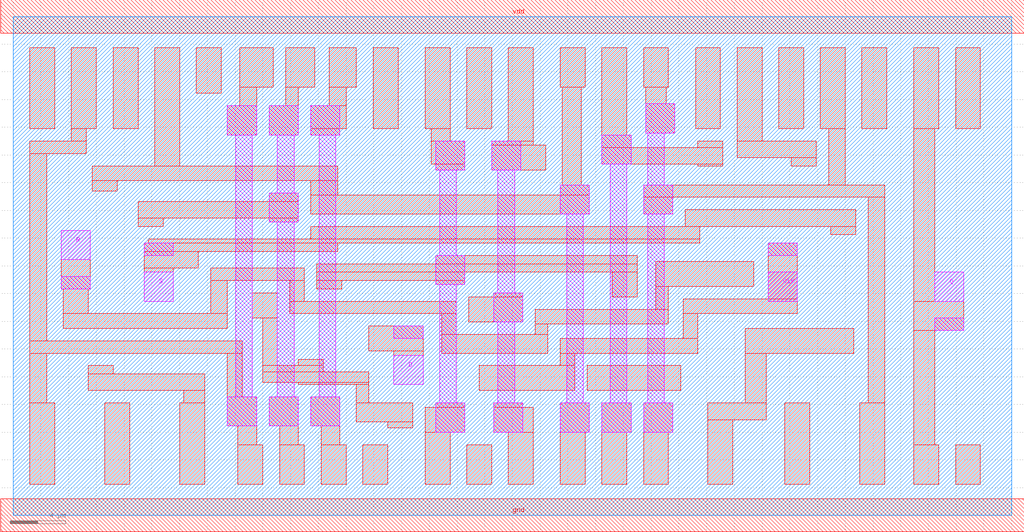
<source format=lef>
#--------------------------------------------------
# LEF file for Route & Via Rile
#  Ported from osu050 by GoodKook@gmail.com
#

VERSION 5.7 ;
  NOWIREEXTENSIONATPIN ON ;
  DIVIDERCHAR "/" ;
  BUSBITCHARS "[]" ;

UNITS
  DATABASE MICRONS 1000 ;
END UNITS

USEMINSPACING OBS ON ;
USEMINSPACING PIN OFF ;
CLEARANCEMEASURE EUCLIDEAN ;

MANUFACTURINGGRID 0.15 ;

LAYER nwell
  TYPE	MASTERSLICE ;
END nwell

LAYER nactive
  TYPE	MASTERSLICE ;
END nactive

LAYER pactive
  TYPE	MASTERSLICE ;
END pactive

LAYER poly
  TYPE	MASTERSLICE ;
END poly

LAYER cc
  TYPE	CUT ;
  SPACING	0.6 ;
END cc

LAYER metal1
  TYPE		ROUTING ;
  DIRECTION	HORIZONTAL ;
  PITCH		3.0 ;
  OFFSET	1.5 ;
  WIDTH	    0.9 ;   # ETRI050 Rule: WIDTH=0.8
  SPACING	0.9 ;   # ETRI050 Rule: SPACING=0.8(1.0 for Width >10um)
  RESISTANCE	RPERSQ 0.09 ;
  CAPACITANCE	CPERSQDIST 3.2e-05 ;
END metal1

LAYER via1
  TYPE	CUT ;
  SPACING	0.9 ;
END via1

LAYER metal2
  TYPE		ROUTING ;
  DIRECTION	VERTICAL ;
  PITCH		3.0 ;
  OFFSET	1.5 ;
  WIDTH		1.05 ;  # ETRI050 Rule: WIDTH=1.0
  SPACING	0.9 ;   # ETRI050 Rule: SPACING=1.0(1.2 for Width >10um)
  RESISTANCE	RPERSQ 0.09 ;
  CAPACITANCE	CPERSQDIST 1.6e-05 ;
END metal2

LAYER via2
  TYPE	CUT ;
  SPACING	0.9 ;
END via2

LAYER metal3
  TYPE		ROUTING ;
  DIRECTION	HORIZONTAL ;
  PITCH		3.0 ;
  OFFSET	1.5 ;
  WIDTH		1.2 ;   # ETRI050 Rule: WIDTH=1.2
  SPACING	0.9 ;   # ETRI050 Rule: SPACING=1.0(1.2 for Width >10um)
  RESISTANCE	RPERSQ 0.05 ;
  CAPACITANCE	CPERSQDIST 1e-05 ;
END metal3

SPACING
  SAMENET cc   via1	0.900 ;
  SAMENET via1 via2	0.900 ;
END SPACING

VIA M2_M1 DEFAULT
  LAYER metal1 ;
    RECT -1.050 -1.050 1.050 1.050 ;
  LAYER via1 ;
    RECT -0.450 -0.450 0.450 0.450 ;
  LAYER metal2 ;
    RECT -1.050 -1.050 1.050 1.050 ;
END M2_M1

VIA M3_M2 DEFAULT
  LAYER metal2 ;
    RECT -1.050 -1.050 1.050 1.050 ;
  LAYER via2 ;
    RECT -0.450 -0.450 0.450 0.450 ;
  LAYER metal3 ;
    RECT -1.050 -1.050 1.050 1.050 ;
END M3_M2


VIARULE viagen21 GENERATE
  LAYER metal1 ;
    DIRECTION HORIZONTAL ;
    WIDTH 2.1 TO 210 ;
    OVERHANG 0.0 ;
    METALOVERHANG 0 ;
  LAYER metal2 ;
    DIRECTION VERTICAL ;
    WIDTH 2.1 TO 210 ;
    OVERHANG 0.0 ;
    METALOVERHANG 0 ;
  LAYER via1 ;
#    RECT -1.05 -1.05 1.05 1.05 ;
    RECT -0.450 -0.450 0.450 0.450 ;
    SPACING 0.9 BY 0.9 ;
END viagen21

VIARULE viagen32 GENERATE
  LAYER metal3 ;
    DIRECTION HORIZONTAL ;
    WIDTH 2.1 TO 210 ;
    OVERHANG 0.0 ;
    METALOVERHANG 0 ;
  LAYER metal2 ;
    DIRECTION VERTICAL ;
    WIDTH 2.1 TO 210 ;
    OVERHANG 0.0 ;
    METALOVERHANG 0 ;
  LAYER via2 ;
#    RECT -1.05 -1.05 1.05 1.05 ;
    RECT -0.450 -0.450 0.450 0.450 ;
    SPACING 0.9 BY 0.9 ;
END viagen32

VIARULE TURN1 GENERATE
  LAYER metal1 ;
    DIRECTION HORIZONTAL ;
  LAYER metal1 ;
    DIRECTION VERTICAL ;
END TURN1

VIARULE TURN2 GENERATE
  LAYER metal2 ;
    DIRECTION HORIZONTAL ;
  LAYER metal2 ;
    DIRECTION VERTICAL ;
END TURN2

VIARULE TURN3 GENERATE
  LAYER metal3 ;
    DIRECTION HORIZONTAL ;
  LAYER metal3 ;
    DIRECTION VERTICAL ;
END TURN3

SITE  corner
    CLASS	PAD ;
    SYMMETRY	R90 Y ;
    SIZE	300.000 BY 300.000 ;
END  corner

SITE  IO
    CLASS	PAD ;
    SYMMETRY	Y ;
    SIZE	90.000 BY 300.000 ;
END  IO

SITE  core
    CLASS	CORE ;
    SYMMETRY	Y ;
    SIZE	3.000 BY 30.000 ;
END  core

# =====================================================================
#  Core MACROS
# =====================================================================
MACRO AND2X1
  CLASS CORE ;
  FOREIGN AND2X1 ;
  ORIGIN 0.000 0.000 ;
  SIZE 15.000 BY 36.000 ;
  SYMMETRY X Y ;
  SITE core ;
  PIN A
    DIRECTION INPUT ;
    USE SIGNAL ;
    PORT
      LAYER metal2 ;
        RECT 0.450 15.450 2.550 17.550 ;
    END
  END A
  PIN B
    DIRECTION INPUT ;
    USE SIGNAL ;
    PORT
      LAYER metal2 ;
        RECT 6.450 18.450 8.550 20.550 ;
    END
  END B
  PIN Y
    DIRECTION OUTPUT ;
    USE SIGNAL ;
    PORT
      LAYER metal2 ;
        RECT 9.450 12.450 11.550 14.550 ;
    END
  END Y
  PIN vdd
    DIRECTION INOUT ;
    USE POWER ;
    SHAPE ABUTMENT ;
    PORT
      LAYER metal1 ;
        RECT -0.900 34.800 15.900 37.200 ;
    END
  END vdd
  PIN gnd
    DIRECTION INOUT ;
    USE GROUND ;
    SHAPE ABUTMENT ;
    PORT
      LAYER metal1 ;
        RECT -0.900 -1.200 15.900 1.200 ;
    END
  END gnd
  OBS
      LAYER metal1 ;
        RECT 1.050 27.900 2.850 33.750 ;
        RECT 4.050 27.900 5.850 33.750 ;
        RECT 7.050 27.900 8.850 33.750 ;
        RECT 10.050 27.900 11.850 33.750 ;
        RECT 0.450 13.350 2.550 15.450 ;
        RECT 0.600 11.550 2.400 13.350 ;
        RECT 4.200 10.350 5.250 27.900 ;
        RECT 6.450 16.350 8.550 18.450 ;
        RECT 10.200 16.650 11.250 27.900 ;
        RECT 6.600 14.550 8.400 16.350 ;
        RECT 9.450 14.550 11.550 16.650 ;
        RECT 6.750 10.350 8.550 10.800 ;
        RECT 1.050 9.000 8.550 10.350 ;
        RECT 1.050 2.250 2.850 9.000 ;
        RECT 5.250 2.250 7.050 8.100 ;
        RECT 10.200 6.300 11.250 14.550 ;
        RECT 8.550 5.100 11.250 6.300 ;
        RECT 8.550 2.250 10.350 5.100 ;
      LAYER metal2 ;
        RECT 6.450 16.350 8.550 17.250 ;
        RECT 9.450 15.750 11.550 16.650 ;
        RECT 0.450 13.350 2.550 14.250 ;
  END
END AND2X1
MACRO AND2X2
  CLASS CORE ;
  FOREIGN AND2X2 ;
  ORIGIN 0.000 0.000 ;
  SIZE 15.000 BY 36.000 ;
  SYMMETRY X Y ;
  SITE core ;
  PIN A
    DIRECTION INPUT ;
    USE SIGNAL ;
    PORT
      LAYER metal2 ;
        RECT 0.450 12.450 2.550 14.550 ;
    END
  END A
  PIN B
    DIRECTION INPUT ;
    USE SIGNAL ;
    PORT
      LAYER metal2 ;
        RECT 6.450 18.450 8.550 20.550 ;
    END
  END B
  PIN Y
    DIRECTION OUTPUT ;
    USE SIGNAL ;
    PORT
      LAYER metal2 ;
        RECT 9.450 12.450 11.550 14.550 ;
    END
  END Y
  PIN vdd
    DIRECTION INOUT ;
    USE POWER ;
    SHAPE ABUTMENT ;
    PORT
      LAYER metal1 ;
        RECT -0.900 34.800 15.900 37.200 ;
    END
  END vdd
  PIN gnd
    DIRECTION INOUT ;
    USE GROUND ;
    SHAPE ABUTMENT ;
    PORT
      LAYER metal1 ;
        RECT -0.900 -1.200 15.900 1.200 ;
    END
  END gnd
  OBS
      LAYER metal1 ;
        RECT 1.050 27.900 2.850 33.750 ;
        RECT 4.050 27.900 5.850 33.750 ;
        RECT 0.600 16.650 2.400 18.450 ;
        RECT 0.450 14.550 2.550 16.650 ;
        RECT 4.200 10.800 5.400 27.900 ;
        RECT 7.650 21.900 9.450 33.750 ;
        RECT 10.650 21.900 12.450 33.750 ;
        RECT 6.450 16.350 8.550 18.450 ;
        RECT 10.650 16.650 11.850 21.900 ;
        RECT 6.600 14.550 8.400 16.350 ;
        RECT 9.450 14.550 11.850 16.650 ;
        RECT 1.050 9.600 8.550 10.800 ;
        RECT 1.050 2.250 2.850 9.600 ;
        RECT 6.750 9.000 8.550 9.600 ;
        RECT 10.650 8.100 11.850 14.550 ;
        RECT 5.550 2.250 7.350 8.100 ;
        RECT 8.550 6.600 11.850 8.100 ;
        RECT 8.550 2.250 10.350 6.600 ;
      LAYER metal2 ;
        RECT 0.450 15.750 2.550 16.650 ;
        RECT 6.450 16.350 8.550 17.250 ;
        RECT 9.450 15.750 11.550 16.650 ;
  END
END AND2X2
MACRO AOI21X1
  CLASS CORE ;
  FOREIGN AOI21X1 ;
  ORIGIN 0.000 0.000 ;
  SIZE 15.000 BY 36.000 ;
  SYMMETRY X Y ;
  SITE core ;
  PIN A
    DIRECTION INPUT ;
    USE SIGNAL ;
    PORT
      LAYER metal2 ;
        RECT 0.450 15.450 2.550 17.550 ;
    END
  END A
  PIN B
    DIRECTION INPUT ;
    USE SIGNAL ;
    PORT
      LAYER metal2 ;
        RECT 3.450 9.450 5.550 11.550 ;
    END
  END B
  PIN C
    DIRECTION INPUT ;
    USE SIGNAL ;
    PORT
      LAYER metal2 ;
        RECT 6.450 15.450 8.550 17.550 ;
    END
  END C
  PIN Y
    DIRECTION OUTPUT ;
    USE SIGNAL ;
    PORT
      LAYER metal2 ;
        RECT 9.450 12.450 11.550 14.550 ;
    END
  END Y
  PIN vdd
    DIRECTION INOUT ;
    USE POWER ;
    SHAPE ABUTMENT ;
    PORT
      LAYER metal1 ;
        RECT -0.900 34.800 15.900 37.200 ;
    END
  END vdd
  PIN gnd
    DIRECTION INOUT ;
    USE GROUND ;
    SHAPE ABUTMENT ;
    PORT
      LAYER metal1 ;
        RECT -0.900 -1.200 15.900 1.200 ;
    END
  END gnd
  OBS
      LAYER metal1 ;
        RECT 1.050 22.800 2.850 33.750 ;
        RECT 4.050 23.700 5.850 33.750 ;
        RECT 7.050 22.800 8.850 33.750 ;
        RECT 1.050 21.900 8.850 22.800 ;
        RECT 10.050 21.900 11.850 33.750 ;
        RECT 10.200 16.650 11.400 21.900 ;
        RECT 0.450 13.350 2.550 15.450 ;
        RECT 3.600 13.650 5.400 15.450 ;
        RECT 0.600 11.550 2.400 13.350 ;
        RECT 3.450 11.550 5.550 13.650 ;
        RECT 6.450 13.350 8.550 15.450 ;
        RECT 9.450 14.550 11.550 16.650 ;
        RECT 6.600 11.550 8.400 13.350 ;
        RECT 10.200 8.100 11.400 14.550 ;
        RECT 1.500 2.250 3.300 8.100 ;
        RECT 5.700 6.450 11.400 8.100 ;
        RECT 5.700 2.250 7.500 6.450 ;
        RECT 9.000 2.250 10.800 5.100 ;
      LAYER metal2 ;
        RECT 9.750 15.750 11.550 16.650 ;
        RECT 0.450 13.350 2.550 14.250 ;
        RECT 3.450 12.750 5.550 13.650 ;
        RECT 6.450 13.350 8.250 14.250 ;
  END
END AOI21X1
MACRO AOI22X1
  CLASS CORE ;
  FOREIGN AOI22X1 ;
  ORIGIN 0.000 0.000 ;
  SIZE 18.000 BY 36.000 ;
  SYMMETRY X Y ;
  SITE core ;
  PIN A
    DIRECTION INPUT ;
    USE SIGNAL ;
    PORT
      LAYER metal2 ;
        RECT 0.450 12.450 2.550 14.550 ;
    END
  END A
  PIN B
    DIRECTION INPUT ;
    USE SIGNAL ;
    PORT
      LAYER metal2 ;
        RECT 3.450 15.450 5.550 17.550 ;
    END
  END B
  PIN C
    DIRECTION INPUT ;
    USE SIGNAL ;
    PORT
      LAYER metal2 ;
        RECT 12.450 12.450 14.550 14.550 ;
    END
  END C
  PIN D
    DIRECTION INPUT ;
    USE SIGNAL ;
    PORT
      LAYER metal2 ;
        RECT 9.450 15.450 11.550 17.550 ;
    END
  END D
  PIN Y
    DIRECTION OUTPUT ;
    USE SIGNAL ;
    PORT
      LAYER metal2 ;
        RECT 6.450 12.450 8.550 14.550 ;
    END
  END Y
  PIN vdd
    DIRECTION INOUT ;
    USE POWER ;
    SHAPE ABUTMENT ;
    PORT
      LAYER metal1 ;
        RECT -0.900 34.800 18.900 37.200 ;
    END
  END vdd
  PIN gnd
    DIRECTION INOUT ;
    USE GROUND ;
    SHAPE ABUTMENT ;
    PORT
      LAYER metal1 ;
        RECT -0.900 -1.200 18.900 1.200 ;
    END
  END gnd
  OBS
      LAYER metal1 ;
        RECT 1.050 23.100 2.850 33.750 ;
        RECT 4.050 24.000 5.850 33.750 ;
        RECT 7.050 33.000 14.850 33.750 ;
        RECT 7.050 23.100 8.850 33.000 ;
        RECT 1.050 22.200 8.850 23.100 ;
        RECT 10.050 21.900 11.850 32.100 ;
        RECT 13.050 21.900 14.850 33.000 ;
        RECT 9.900 21.000 11.700 21.900 ;
        RECT 7.650 20.100 11.700 21.000 ;
        RECT 0.750 16.650 2.550 18.450 ;
        RECT 7.650 16.650 8.550 20.100 ;
        RECT 12.600 16.650 14.400 18.450 ;
        RECT 0.450 14.550 2.550 16.650 ;
        RECT 3.450 13.350 5.550 15.450 ;
        RECT 3.750 11.550 5.550 13.350 ;
        RECT 6.450 14.550 8.550 16.650 ;
        RECT 6.450 8.100 7.500 14.550 ;
        RECT 9.450 13.350 11.550 15.450 ;
        RECT 12.450 14.550 14.550 16.650 ;
        RECT 9.450 11.550 11.250 13.350 ;
        RECT 1.500 2.250 3.300 8.100 ;
        RECT 5.700 2.250 7.500 8.100 ;
        RECT 9.900 2.250 11.700 8.100 ;
      LAYER metal2 ;
        RECT 0.450 15.750 2.250 16.650 ;
        RECT 6.750 15.750 8.250 16.650 ;
        RECT 12.750 15.750 14.550 16.650 ;
        RECT 3.750 13.350 5.250 14.250 ;
        RECT 9.750 13.350 11.250 14.250 ;
  END
END AOI22X1
MACRO BUFX2
  CLASS CORE ;
  FOREIGN BUFX2 ;
  ORIGIN 0.000 0.000 ;
  SIZE 12.000 BY 36.000 ;
  SYMMETRY X Y ;
  SITE core ;
  PIN A
    DIRECTION INPUT ;
    USE SIGNAL ;
    PORT
      LAYER metal2 ;
        RECT 0.450 12.450 2.550 14.550 ;
    END
  END A
  PIN Y
    DIRECTION OUTPUT ;
    USE SIGNAL ;
    PORT
      LAYER metal2 ;
        RECT 6.450 12.450 8.550 14.550 ;
    END
  END Y
  PIN vdd
    DIRECTION INOUT ;
    USE POWER ;
    SHAPE ABUTMENT ;
    PORT
      LAYER metal1 ;
        RECT -0.900 34.800 12.900 37.200 ;
    END
  END vdd
  PIN gnd
    DIRECTION INOUT ;
    USE GROUND ;
    SHAPE ABUTMENT ;
    PORT
      LAYER metal1 ;
        RECT -0.900 -1.200 12.900 1.200 ;
    END
  END gnd
  OBS
      LAYER metal1 ;
        RECT 1.050 27.900 2.850 33.750 ;
        RECT 1.050 21.000 2.250 27.900 ;
        RECT 4.350 21.900 6.150 33.750 ;
        RECT 7.350 21.900 9.150 33.750 ;
        RECT 1.050 20.100 6.750 21.000 ;
        RECT 4.500 19.200 6.750 20.100 ;
        RECT 0.600 16.650 2.400 18.450 ;
        RECT 0.450 14.550 2.550 16.650 ;
        RECT 4.500 10.800 5.550 19.200 ;
        RECT 7.650 16.650 8.850 21.900 ;
        RECT 6.450 14.550 8.850 16.650 ;
        RECT 4.500 9.900 6.750 10.800 ;
        RECT 1.650 9.000 6.750 9.900 ;
        RECT 1.650 5.100 2.850 9.000 ;
        RECT 7.650 8.100 8.850 14.550 ;
        RECT 1.050 2.250 2.850 5.100 ;
        RECT 4.350 2.250 6.150 8.100 ;
        RECT 7.350 2.250 9.150 8.100 ;
      LAYER metal2 ;
        RECT 0.450 15.750 2.550 16.650 ;
        RECT 6.450 15.750 8.550 16.650 ;
  END
END BUFX2
MACRO BUFX4
  CLASS CORE ;
  FOREIGN BUFX4 ;
  ORIGIN 0.000 0.000 ;
  SIZE 15.000 BY 36.000 ;
  SYMMETRY X Y ;
  SITE core ;
  PIN A
    DIRECTION INPUT ;
    USE SIGNAL ;
    PORT
      LAYER metal2 ;
        RECT 0.450 12.450 2.550 14.550 ;
    END
  END A
  PIN Y
    DIRECTION OUTPUT ;
    USE SIGNAL ;
    PORT
      LAYER metal2 ;
        RECT 9.450 12.450 11.550 14.550 ;
    END
  END Y
  PIN vdd
    DIRECTION INOUT ;
    USE POWER ;
    SHAPE ABUTMENT ;
    PORT
      LAYER metal1 ;
        RECT -0.900 34.800 16.050 37.200 ;
    END
  END vdd
  PIN gnd
    DIRECTION INOUT ;
    USE GROUND ;
    SHAPE ABUTMENT ;
    PORT
      LAYER metal1 ;
        RECT -0.900 -1.200 16.200 1.200 ;
    END
  END gnd
  OBS
      LAYER metal1 ;
        RECT 1.050 21.000 2.850 33.750 ;
        RECT 4.350 21.900 6.150 33.750 ;
        RECT 7.350 21.900 9.150 33.750 ;
        RECT 10.350 21.900 12.150 33.750 ;
        RECT 1.050 20.100 6.900 21.000 ;
        RECT 5.100 19.200 6.900 20.100 ;
        RECT 0.600 16.650 2.400 18.450 ;
        RECT 0.450 14.550 2.550 16.650 ;
        RECT 5.100 10.800 6.300 19.200 ;
        RECT 7.800 16.650 8.850 21.900 ;
        RECT 7.800 14.550 11.550 16.650 ;
        RECT 5.100 9.900 6.900 10.800 ;
        RECT 1.050 9.000 6.900 9.900 ;
        RECT 1.050 6.600 2.250 9.000 ;
        RECT 7.800 8.100 8.850 14.550 ;
        RECT 1.050 2.250 2.850 6.600 ;
        RECT 4.350 2.250 6.150 8.100 ;
        RECT 7.350 2.250 9.150 8.100 ;
        RECT 10.350 2.250 12.150 8.100 ;
      LAYER metal2 ;
        RECT 0.450 15.750 2.550 16.650 ;
        RECT 9.450 15.750 11.550 16.650 ;
  END
END BUFX4
MACRO CLKBUF1
  CLASS CORE ;
  FOREIGN CLKBUF1 ;
  ORIGIN 0.000 0.000 ;
  SIZE 30.000 BY 36.000 ;
  SYMMETRY X Y ;
  SITE core ;
  PIN A
    DIRECTION INPUT ;
    USE SIGNAL ;
    PORT
      LAYER metal2 ;
        RECT 3.450 15.450 5.550 17.550 ;
    END
  END A
  PIN Y
    DIRECTION OUTPUT ;
    USE SIGNAL ;
    PORT
      LAYER metal2 ;
        RECT 24.450 15.450 26.550 17.550 ;
    END
  END Y
  PIN vdd
    DIRECTION INOUT ;
    USE POWER ;
    SHAPE ABUTMENT ;
    PORT
      LAYER metal1 ;
        RECT -0.900 34.800 30.900 37.200 ;
    END
  END vdd
  PIN gnd
    DIRECTION INOUT ;
    USE GROUND ;
    SHAPE ABUTMENT ;
    PORT
      LAYER metal1 ;
        RECT -0.900 -1.200 30.900 1.200 ;
    END
  END gnd
  OBS
      LAYER metal1 ;
        RECT 1.050 21.900 2.850 33.750 ;
        RECT 4.050 21.000 5.850 33.750 ;
        RECT 7.050 21.900 8.850 33.750 ;
        RECT 10.050 21.000 11.850 33.750 ;
        RECT 13.050 21.900 14.850 33.750 ;
        RECT 16.050 21.000 17.850 33.750 ;
        RECT 19.050 21.900 20.850 33.750 ;
        RECT 22.050 21.000 23.850 33.750 ;
        RECT 25.050 21.900 26.850 33.750 ;
        RECT 4.050 19.800 7.950 21.000 ;
        RECT 10.050 19.800 13.800 21.000 ;
        RECT 16.050 19.800 19.800 21.000 ;
        RECT 22.050 19.800 24.750 21.000 ;
        RECT 3.450 13.350 5.550 15.450 ;
        RECT 3.600 11.550 5.400 13.350 ;
        RECT 6.750 12.900 7.950 19.800 ;
        RECT 12.600 12.900 13.800 19.800 ;
        RECT 18.600 12.900 19.800 19.800 ;
        RECT 23.700 15.450 24.750 19.800 ;
        RECT 23.700 13.350 26.550 15.450 ;
        RECT 6.750 11.100 10.800 12.900 ;
        RECT 12.600 11.100 16.800 12.900 ;
        RECT 18.600 11.100 22.800 12.900 ;
        RECT 6.750 10.200 7.950 11.100 ;
        RECT 12.600 10.200 13.800 11.100 ;
        RECT 18.600 10.200 19.800 11.100 ;
        RECT 23.700 10.200 24.750 13.350 ;
        RECT 3.900 9.000 7.950 10.200 ;
        RECT 10.050 9.000 13.800 10.200 ;
        RECT 15.900 9.000 19.800 10.200 ;
        RECT 21.900 9.150 24.750 10.200 ;
        RECT 21.900 9.000 24.600 9.150 ;
        RECT 3.900 8.100 5.700 9.000 ;
        RECT 1.050 2.250 2.850 8.100 ;
        RECT 4.050 2.250 5.850 8.100 ;
        RECT 7.050 2.250 8.850 8.100 ;
        RECT 10.050 2.250 11.850 9.000 ;
        RECT 15.900 8.100 17.700 9.000 ;
        RECT 21.900 8.100 23.700 9.000 ;
        RECT 13.050 2.250 14.850 8.100 ;
        RECT 16.050 2.250 17.850 8.100 ;
        RECT 19.050 2.250 20.850 8.100 ;
        RECT 22.050 2.250 23.850 8.100 ;
        RECT 25.050 2.250 26.850 8.100 ;
      LAYER metal2 ;
        RECT 3.450 13.350 5.550 14.250 ;
        RECT 24.450 13.350 26.550 14.250 ;
  END
END CLKBUF1
MACRO CLKBUF2
  CLASS CORE ;
  FOREIGN CLKBUF2 ;
  ORIGIN 0.000 0.000 ;
  SIZE 42.000 BY 36.000 ;
  SYMMETRY X Y ;
  SITE core ;
  PIN A
    DIRECTION INPUT ;
    USE SIGNAL ;
    PORT
      LAYER metal2 ;
        RECT 3.450 15.450 5.550 17.550 ;
    END
  END A
  PIN Y
    DIRECTION OUTPUT ;
    USE SIGNAL ;
    PORT
      LAYER metal2 ;
        RECT 36.450 15.450 38.550 17.550 ;
    END
  END Y
  PIN vdd
    DIRECTION INOUT ;
    USE POWER ;
    SHAPE ABUTMENT ;
    PORT
      LAYER metal1 ;
        RECT -0.900 34.800 42.900 37.200 ;
    END
  END vdd
  PIN gnd
    DIRECTION INOUT ;
    USE GROUND ;
    SHAPE ABUTMENT ;
    PORT
      LAYER metal1 ;
        RECT -0.900 -1.200 42.900 1.200 ;
    END
  END gnd
  OBS
      LAYER metal1 ;
        RECT 1.050 21.900 2.850 33.750 ;
        RECT 4.050 21.900 5.850 33.750 ;
        RECT 7.050 21.900 8.850 33.750 ;
        RECT 10.050 21.900 11.850 33.750 ;
        RECT 13.050 21.900 14.850 33.750 ;
        RECT 3.900 21.000 5.700 21.900 ;
        RECT 9.900 21.000 11.700 21.900 ;
        RECT 16.050 21.000 17.850 33.750 ;
        RECT 19.050 21.900 20.850 33.750 ;
        RECT 22.050 21.900 23.850 33.750 ;
        RECT 25.050 21.900 26.850 33.750 ;
        RECT 21.900 21.000 23.700 21.900 ;
        RECT 28.050 21.000 29.850 33.750 ;
        RECT 31.050 21.900 32.850 33.750 ;
        RECT 34.050 21.900 35.850 33.750 ;
        RECT 37.050 21.900 38.850 33.750 ;
        RECT 33.900 21.000 35.700 21.900 ;
        RECT 3.900 19.800 7.950 21.000 ;
        RECT 9.900 19.800 13.800 21.000 ;
        RECT 16.050 19.800 19.800 21.000 ;
        RECT 21.900 19.800 26.100 21.000 ;
        RECT 28.050 19.800 31.200 21.000 ;
        RECT 33.900 19.800 37.200 21.000 ;
        RECT 3.450 13.350 5.550 15.450 ;
        RECT 3.600 11.550 5.400 13.350 ;
        RECT 6.750 12.900 7.950 19.800 ;
        RECT 12.600 12.900 13.800 19.800 ;
        RECT 18.600 12.900 19.800 19.800 ;
        RECT 24.900 12.900 26.100 19.800 ;
        RECT 30.000 12.900 31.200 19.800 ;
        RECT 36.000 15.450 37.200 19.800 ;
        RECT 36.000 13.350 38.550 15.450 ;
        RECT 6.750 11.100 10.800 12.900 ;
        RECT 12.600 11.100 16.800 12.900 ;
        RECT 18.600 11.100 22.800 12.900 ;
        RECT 24.900 11.100 28.800 12.900 ;
        RECT 30.000 11.100 34.800 12.900 ;
        RECT 6.750 10.200 7.950 11.100 ;
        RECT 12.600 10.200 13.800 11.100 ;
        RECT 18.600 10.200 19.800 11.100 ;
        RECT 24.900 10.200 26.100 11.100 ;
        RECT 30.000 10.200 31.200 11.100 ;
        RECT 36.000 10.200 37.200 13.350 ;
        RECT 4.050 9.000 7.950 10.200 ;
        RECT 10.050 9.000 13.800 10.200 ;
        RECT 16.050 9.000 19.800 10.200 ;
        RECT 21.900 9.000 26.100 10.200 ;
        RECT 28.050 9.000 31.200 10.200 ;
        RECT 34.050 9.000 37.200 10.200 ;
        RECT 1.050 2.250 2.850 8.100 ;
        RECT 4.050 2.250 5.850 9.000 ;
        RECT 7.050 2.250 8.850 8.100 ;
        RECT 10.050 2.250 11.850 9.000 ;
        RECT 13.050 2.250 14.850 8.100 ;
        RECT 16.050 2.250 17.850 9.000 ;
        RECT 21.900 8.100 23.700 9.000 ;
        RECT 19.050 2.250 20.850 8.100 ;
        RECT 22.050 2.250 23.850 8.100 ;
        RECT 25.050 2.250 26.850 8.100 ;
        RECT 28.050 2.250 29.850 9.000 ;
        RECT 31.050 2.250 32.850 8.100 ;
        RECT 34.050 2.250 35.850 9.000 ;
        RECT 37.050 2.250 38.850 8.100 ;
      LAYER metal2 ;
        RECT 3.450 13.350 5.550 14.250 ;
        RECT 36.450 13.350 38.550 14.250 ;
  END
END CLKBUF2
MACRO CLKBUF3
  CLASS CORE ;
  FOREIGN CLKBUF3 ;
  ORIGIN 0.000 0.000 ;
  SIZE 54.000 BY 36.000 ;
  SYMMETRY X Y ;
  SITE core ;
  PIN A
    DIRECTION INPUT ;
    USE SIGNAL ;
    PORT
      LAYER metal2 ;
        RECT 3.450 15.450 5.550 17.550 ;
    END
  END A
  PIN Y
    DIRECTION OUTPUT ;
    USE SIGNAL ;
    PORT
      LAYER metal2 ;
        RECT 48.450 15.450 50.550 17.550 ;
    END
  END Y
  PIN vdd
    DIRECTION INOUT ;
    USE POWER ;
    SHAPE ABUTMENT ;
    PORT
      LAYER metal1 ;
        RECT -0.900 34.800 54.900 37.200 ;
    END
  END vdd
  PIN gnd
    DIRECTION INOUT ;
    USE GROUND ;
    SHAPE ABUTMENT ;
    PORT
      LAYER metal1 ;
        RECT -0.900 -1.200 55.200 1.200 ;
    END
  END gnd
  OBS
      LAYER metal1 ;
        RECT 1.050 21.900 2.850 33.750 ;
        RECT 4.050 21.000 5.850 33.750 ;
        RECT 7.050 21.900 8.850 33.750 ;
        RECT 10.050 21.000 11.850 33.750 ;
        RECT 13.050 21.900 14.850 33.750 ;
        RECT 16.050 21.000 17.850 33.750 ;
        RECT 19.050 21.900 20.850 33.750 ;
        RECT 22.050 21.000 23.850 33.750 ;
        RECT 25.050 21.900 26.850 33.750 ;
        RECT 28.050 21.000 29.850 33.750 ;
        RECT 31.050 21.900 32.850 33.750 ;
        RECT 34.050 21.000 35.850 33.750 ;
        RECT 37.050 21.900 38.850 33.750 ;
        RECT 40.050 21.000 41.850 33.750 ;
        RECT 43.050 21.900 44.850 33.750 ;
        RECT 46.050 21.000 47.850 33.750 ;
        RECT 49.050 21.900 50.850 33.750 ;
        RECT 4.050 19.800 7.800 21.000 ;
        RECT 10.050 19.800 13.800 21.000 ;
        RECT 16.050 19.800 19.800 21.000 ;
        RECT 22.050 19.800 26.100 21.000 ;
        RECT 28.050 19.800 31.200 21.000 ;
        RECT 34.050 19.800 37.800 21.000 ;
        RECT 40.050 19.800 42.900 21.000 ;
        RECT 46.050 19.800 49.050 21.000 ;
        RECT 3.450 13.350 5.550 15.450 ;
        RECT 3.600 11.550 5.400 13.350 ;
        RECT 6.750 12.900 7.800 19.800 ;
        RECT 12.600 12.900 13.800 19.800 ;
        RECT 18.600 12.900 19.800 19.800 ;
        RECT 24.900 12.900 26.100 19.800 ;
        RECT 30.000 12.900 31.200 19.800 ;
        RECT 36.600 12.900 37.800 19.800 ;
        RECT 41.700 12.900 42.900 19.800 ;
        RECT 47.850 15.450 49.050 19.800 ;
        RECT 47.850 13.350 50.550 15.450 ;
        RECT 6.750 11.100 10.800 12.900 ;
        RECT 12.600 11.100 16.800 12.900 ;
        RECT 18.600 11.100 22.800 12.900 ;
        RECT 24.900 11.100 28.800 12.900 ;
        RECT 30.000 11.100 34.800 12.900 ;
        RECT 36.600 11.100 40.800 12.900 ;
        RECT 41.700 11.100 46.800 12.900 ;
        RECT 6.750 10.200 7.800 11.100 ;
        RECT 12.600 10.200 13.800 11.100 ;
        RECT 18.600 10.200 19.800 11.100 ;
        RECT 24.900 10.200 26.100 11.100 ;
        RECT 30.000 10.200 31.200 11.100 ;
        RECT 36.600 10.200 37.800 11.100 ;
        RECT 41.700 10.200 42.900 11.100 ;
        RECT 47.850 10.200 49.050 13.350 ;
        RECT 4.050 9.000 7.800 10.200 ;
        RECT 10.050 9.000 13.800 10.200 ;
        RECT 16.050 9.000 19.800 10.200 ;
        RECT 22.050 9.000 26.100 10.200 ;
        RECT 28.050 9.000 31.200 10.200 ;
        RECT 34.050 9.000 37.800 10.200 ;
        RECT 40.050 9.000 42.900 10.200 ;
        RECT 45.900 9.000 49.050 10.200 ;
        RECT 1.050 2.250 2.850 8.100 ;
        RECT 4.050 2.250 5.850 9.000 ;
        RECT 7.050 2.250 8.850 8.100 ;
        RECT 10.050 2.250 11.850 9.000 ;
        RECT 13.050 2.250 14.850 8.100 ;
        RECT 16.050 2.250 17.850 9.000 ;
        RECT 19.050 2.250 20.850 8.100 ;
        RECT 22.050 2.250 23.850 9.000 ;
        RECT 25.050 2.250 26.850 8.100 ;
        RECT 28.050 2.250 29.850 9.000 ;
        RECT 31.050 2.250 32.850 8.100 ;
        RECT 34.050 2.250 35.850 9.000 ;
        RECT 37.050 2.250 38.850 8.100 ;
        RECT 40.050 2.250 41.850 9.000 ;
        RECT 45.900 8.100 47.700 9.000 ;
        RECT 43.050 2.250 44.850 8.100 ;
        RECT 46.050 2.250 47.850 8.100 ;
        RECT 49.050 2.250 50.850 8.100 ;
      LAYER metal2 ;
        RECT 3.450 13.350 5.550 14.250 ;
        RECT 48.450 13.350 50.550 14.250 ;
  END
END CLKBUF3
MACRO DFFNEGX1
  CLASS CORE ;
  FOREIGN DFFNEGX1 ;
  ORIGIN 0.000 0.000 ;
  SIZE 36.000 BY 36.000 ;
  SYMMETRY X Y ;
  SITE core ;
  PIN D
    DIRECTION INPUT ;
    USE SIGNAL ;
    PORT
      LAYER metal2 ;
        RECT 3.450 12.450 5.550 14.550 ;
    END
  END D
  PIN CLK
    DIRECTION INPUT ;
    USE CLOCK ;
    PORT
      LAYER metal2 ;
        RECT 15.450 12.450 17.550 14.550 ;
    END
  END CLK
  PIN Q
    DIRECTION OUTPUT ;
    USE SIGNAL ;
    PORT
      LAYER metal2 ;
        RECT 30.450 12.450 32.550 14.550 ;
    END
  END Q
  PIN vdd
    DIRECTION INOUT ;
    USE POWER ;
    SHAPE ABUTMENT ;
    PORT
      LAYER metal1 ;
        RECT -0.900 34.800 36.900 37.200 ;
    END
  END vdd
  PIN gnd
    DIRECTION INOUT ;
    USE GROUND ;
    SHAPE ABUTMENT ;
    PORT
      LAYER metal1 ;
        RECT -0.900 -1.200 36.900 1.200 ;
    END
  END gnd
  OBS
      LAYER metal1 ;
        RECT 1.050 21.300 2.850 33.750 ;
        RECT 4.050 27.900 5.850 33.750 ;
        RECT 8.850 29.550 10.650 33.750 ;
        RECT 7.050 27.900 10.650 29.550 ;
        RECT 13.650 27.900 15.450 33.750 ;
        RECT 7.050 27.300 8.700 27.900 ;
        RECT 6.600 25.200 8.700 27.300 ;
        RECT 16.650 27.000 18.450 33.750 ;
        RECT 20.400 27.900 22.200 33.750 ;
        RECT 24.750 27.900 26.550 33.750 ;
        RECT 29.250 30.900 31.050 33.750 ;
        RECT 9.750 24.300 11.550 27.000 ;
        RECT 12.750 25.200 19.350 27.000 ;
        RECT 24.450 25.800 26.550 27.900 ;
        RECT 9.600 22.200 11.700 24.300 ;
        RECT 20.250 22.200 27.150 24.000 ;
        RECT 20.250 21.300 21.150 22.200 ;
        RECT 1.050 20.100 21.150 21.300 ;
        RECT 32.250 21.900 34.050 33.750 ;
        RECT 1.050 8.100 1.950 20.100 ;
        RECT 7.950 19.500 9.750 20.100 ;
        RECT 14.550 18.600 16.350 19.200 ;
        RECT 3.600 16.650 5.400 18.450 ;
        RECT 6.600 17.400 16.350 18.600 ;
        RECT 24.450 18.000 26.550 18.600 ;
        RECT 29.550 18.000 31.350 18.600 ;
        RECT 3.450 14.550 5.550 16.650 ;
        RECT 6.600 16.500 8.700 17.400 ;
        RECT 24.450 16.800 31.350 18.000 ;
        RECT 24.450 16.500 26.550 16.800 ;
        RECT 9.600 11.400 11.700 13.200 ;
        RECT 32.250 12.450 33.450 21.900 ;
        RECT 15.450 11.400 17.550 12.450 ;
        RECT 30.450 12.150 33.450 12.450 ;
        RECT 3.000 10.200 23.850 11.400 ;
        RECT 27.150 10.350 33.450 12.150 ;
        RECT 3.000 9.600 4.800 10.200 ;
        RECT 7.950 9.000 9.750 10.200 ;
        RECT 22.050 8.700 23.850 10.200 ;
        RECT 32.250 8.100 33.450 10.350 ;
        RECT 1.050 2.250 2.850 8.100 ;
        RECT 6.600 6.000 8.700 8.100 ;
        RECT 12.750 7.200 14.550 7.800 ;
        RECT 12.750 6.000 17.850 7.200 ;
        RECT 7.050 5.100 8.700 6.000 ;
        RECT 16.650 5.100 17.850 6.000 ;
        RECT 4.050 2.250 5.850 5.100 ;
        RECT 7.050 4.050 10.650 5.100 ;
        RECT 8.850 2.250 10.650 4.050 ;
        RECT 13.350 2.250 15.150 5.100 ;
        RECT 16.650 2.250 18.450 5.100 ;
        RECT 20.250 2.250 22.050 5.100 ;
        RECT 24.450 4.200 26.550 7.200 ;
        RECT 24.750 2.250 26.550 4.200 ;
        RECT 29.250 2.250 31.050 5.100 ;
        RECT 32.250 2.250 34.050 8.100 ;
      LAYER metal2 ;
        RECT 6.600 25.200 8.700 27.300 ;
        RECT 24.450 25.800 26.550 27.900 ;
        RECT 7.200 18.600 8.250 25.200 ;
        RECT 9.600 22.200 11.700 24.300 ;
        RECT 3.450 15.750 5.550 16.650 ;
        RECT 6.600 16.500 8.700 18.600 ;
        RECT 7.200 8.100 8.250 16.500 ;
        RECT 10.200 13.200 11.400 22.200 ;
        RECT 24.900 18.600 26.100 25.800 ;
        RECT 24.450 16.500 26.550 18.600 ;
        RECT 9.600 11.100 11.700 13.200 ;
        RECT 15.450 10.350 17.550 11.250 ;
        RECT 6.600 6.000 8.700 8.100 ;
        RECT 24.900 7.200 26.100 16.500 ;
        RECT 30.450 10.350 32.550 11.250 ;
        RECT 24.450 5.100 26.550 7.200 ;
  END
END DFFNEGX1
MACRO DFFPOSX1
  CLASS CORE ;
  FOREIGN DFFPOSX1 ;
  ORIGIN 0.000 0.000 ;
  SIZE 36.000 BY 36.000 ;
  SYMMETRY X Y ;
  SITE core ;
  PIN D
    DIRECTION INPUT ;
    USE SIGNAL ;
    PORT
      LAYER metal2 ;
        RECT 12.450 12.450 14.550 14.550 ;
    END
  END D
  PIN CLK
    DIRECTION INPUT ;
    USE CLOCK ;
    PORT
      LAYER metal2 ;
        RECT 18.450 12.450 20.550 14.550 ;
    END
  END CLK
  PIN Q
    DIRECTION OUTPUT ;
    USE SIGNAL ;
    PORT
      LAYER metal2 ;
        RECT 30.450 12.450 32.550 14.550 ;
    END
  END Q
  PIN vdd
    DIRECTION INOUT ;
    USE POWER ;
    SHAPE ABUTMENT ;
    PORT
      LAYER metal1 ;
        RECT -0.900 34.800 36.900 37.200 ;
    END
  END vdd
  PIN gnd
    DIRECTION INOUT ;
    USE GROUND ;
    SHAPE ABUTMENT ;
    PORT
      LAYER metal1 ;
        RECT -0.900 -1.200 36.900 1.200 ;
    END
  END gnd
  OBS
      LAYER metal1 ;
        RECT 1.650 21.900 3.450 33.750 ;
        RECT 4.650 27.900 6.450 33.750 ;
        RECT 9.750 27.900 11.550 33.750 ;
        RECT 14.550 27.900 16.350 33.750 ;
        RECT 10.050 27.000 11.250 27.900 ;
        RECT 17.550 27.000 19.350 33.750 ;
        RECT 21.450 27.900 23.250 33.750 ;
        RECT 25.650 27.900 27.450 33.750 ;
        RECT 30.150 30.900 31.950 33.750 ;
        RECT 6.450 24.900 11.250 27.000 ;
        RECT 13.650 25.200 20.550 27.000 ;
        RECT 25.650 25.800 29.550 27.900 ;
        RECT 10.050 24.000 11.250 24.900 ;
        RECT 22.950 24.300 24.750 24.900 ;
        RECT 10.050 22.800 17.550 24.000 ;
        RECT 15.750 22.200 17.550 22.800 ;
        RECT 18.450 23.400 24.750 24.300 ;
        RECT 1.650 21.300 12.750 21.900 ;
        RECT 18.450 21.300 19.350 23.400 ;
        RECT 22.950 23.100 24.750 23.400 ;
        RECT 25.650 23.100 28.350 24.900 ;
        RECT 25.650 22.200 26.550 23.100 ;
        RECT 1.650 20.700 19.350 21.300 ;
        RECT 1.650 8.100 2.550 20.700 ;
        RECT 10.950 20.400 19.350 20.700 ;
        RECT 20.550 21.300 26.550 22.200 ;
        RECT 27.450 21.300 29.550 22.200 ;
        RECT 33.150 21.900 34.950 33.750 ;
        RECT 10.950 20.100 12.750 20.400 ;
        RECT 20.550 16.650 21.450 21.300 ;
        RECT 27.450 20.100 31.650 21.300 ;
        RECT 30.750 18.300 32.550 20.100 ;
        RECT 12.450 15.600 14.550 16.650 ;
        RECT 3.600 13.650 5.400 15.450 ;
        RECT 6.600 14.550 14.550 15.600 ;
        RECT 18.450 14.550 21.450 16.650 ;
        RECT 6.600 13.800 8.400 14.550 ;
        RECT 4.500 12.900 5.400 13.650 ;
        RECT 9.600 12.900 11.400 13.500 ;
        RECT 4.500 11.700 11.400 12.900 ;
        RECT 10.350 10.500 11.400 11.700 ;
        RECT 20.550 10.500 21.450 14.550 ;
        RECT 30.450 14.250 32.550 14.550 ;
        RECT 28.650 12.450 32.550 14.250 ;
        RECT 33.750 12.450 34.950 21.900 ;
        RECT 10.350 9.600 21.450 10.500 ;
        RECT 30.450 10.350 34.950 12.450 ;
        RECT 10.350 8.700 11.400 9.600 ;
        RECT 20.550 9.300 21.450 9.600 ;
        RECT 1.650 2.250 3.450 8.100 ;
        RECT 6.450 6.000 8.550 8.100 ;
        RECT 10.050 6.900 11.850 8.700 ;
        RECT 13.350 7.950 15.150 8.700 ;
        RECT 13.350 6.900 18.300 7.950 ;
        RECT 20.550 7.500 22.350 9.300 ;
        RECT 33.750 8.100 34.950 10.350 ;
        RECT 27.450 7.200 29.550 8.100 ;
        RECT 7.500 5.100 8.550 6.000 ;
        RECT 17.250 5.100 18.300 6.900 ;
        RECT 25.800 6.000 29.550 7.200 ;
        RECT 25.800 5.100 26.850 6.000 ;
        RECT 4.650 2.250 6.450 5.100 ;
        RECT 7.500 4.200 11.250 5.100 ;
        RECT 9.450 2.250 11.250 4.200 ;
        RECT 13.950 2.250 15.750 5.100 ;
        RECT 17.250 2.250 19.050 5.100 ;
        RECT 21.150 2.250 22.950 5.100 ;
        RECT 25.350 2.250 27.150 5.100 ;
        RECT 29.850 2.250 31.650 5.100 ;
        RECT 33.150 2.250 34.950 8.100 ;
      LAYER metal2 ;
        RECT 6.450 24.900 8.550 27.000 ;
        RECT 27.450 25.800 29.550 27.900 ;
        RECT 6.900 8.100 8.100 24.900 ;
        RECT 27.750 22.200 28.950 25.800 ;
        RECT 27.450 20.100 29.550 22.200 ;
        RECT 12.450 15.750 14.550 16.650 ;
        RECT 18.450 15.750 20.550 16.650 ;
        RECT 27.750 8.100 28.950 20.100 ;
        RECT 30.450 10.350 32.550 11.250 ;
        RECT 6.450 6.000 8.550 8.100 ;
        RECT 27.450 6.000 29.550 8.100 ;
  END
END DFFPOSX1
MACRO DFFSR
  CLASS CORE ;
  FOREIGN DFFSR ;
  ORIGIN 0.000 0.000 ;
  SIZE 72.000 BY 36.000 ;
  SYMMETRY X Y ;
  SITE core ;
  PIN R
    DIRECTION INPUT ;
    USE SIGNAL ;
    PORT
      LAYER metal2 ;
        RECT 3.450 18.450 5.550 20.550 ;
    END
  END R
  PIN S
    DIRECTION INPUT ;
    USE SIGNAL ;
    PORT
      LAYER metal2 ;
        RECT 9.450 15.450 11.550 17.550 ;
    END
  END S
  PIN D
    DIRECTION INPUT ;
    USE SIGNAL ;
    PORT
      LAYER metal2 ;
        RECT 27.450 9.450 29.550 11.550 ;
    END
  END D
  PIN CLK
    DIRECTION INPUT ;
    USE SIGNAL ;
    PORT
      LAYER metal2 ;
        RECT 54.450 15.450 56.550 17.550 ;
    END
  END CLK
  PIN Q
    DIRECTION OUTPUT ;
    USE SIGNAL ;
    PORT
      LAYER metal2 ;
        RECT 66.450 15.450 68.550 17.550 ;
    END
  END Q
  PIN vdd
    DIRECTION INOUT ;
    USE POWER ;
    SHAPE ABUTMENT ;
    PORT
      LAYER metal1 ;
        RECT -0.900 34.800 72.900 37.200 ;
    END
  END vdd
  PIN gnd
    DIRECTION INOUT ;
    USE GROUND ;
    SHAPE ABUTMENT ;
    PORT
      LAYER metal1 ;
        RECT -0.900 -1.200 72.900 1.200 ;
    END
  END gnd
  OBS
      LAYER metal1 ;
        RECT 1.200 27.900 3.000 33.750 ;
        RECT 4.200 27.900 6.000 33.750 ;
        RECT 7.200 27.900 9.000 33.750 ;
        RECT 4.200 27.000 5.250 27.900 ;
        RECT 1.200 26.100 5.250 27.000 ;
        RECT 1.200 12.600 2.400 26.100 ;
        RECT 10.200 25.200 12.000 33.750 ;
        RECT 13.200 30.450 15.000 33.750 ;
        RECT 16.350 30.900 18.750 33.750 ;
        RECT 19.650 30.900 21.750 33.750 ;
        RECT 22.800 30.900 24.750 33.750 ;
        RECT 16.350 29.550 17.550 30.900 ;
        RECT 19.650 29.550 20.550 30.900 ;
        RECT 22.800 29.550 24.000 30.900 ;
        RECT 15.450 27.450 17.550 29.550 ;
        RECT 18.450 27.450 20.550 29.550 ;
        RECT 21.450 27.900 24.000 29.550 ;
        RECT 25.950 27.900 27.750 33.750 ;
        RECT 29.700 27.900 31.500 33.750 ;
        RECT 32.700 27.900 34.500 33.750 ;
        RECT 21.450 27.450 23.550 27.900 ;
        RECT 30.150 27.000 31.500 27.900 ;
        RECT 35.700 27.000 37.500 33.750 ;
        RECT 39.450 30.900 41.250 33.750 ;
        RECT 30.150 25.350 32.550 27.000 ;
        RECT 5.700 24.150 23.400 25.200 ;
        RECT 30.450 24.900 32.550 25.350 ;
        RECT 34.500 26.700 37.500 27.000 ;
        RECT 34.500 24.900 38.400 26.700 ;
        RECT 5.700 23.400 7.500 24.150 ;
        RECT 18.450 22.650 20.550 23.250 ;
        RECT 9.000 21.450 20.550 22.650 ;
        RECT 21.450 23.100 23.400 24.150 ;
        RECT 39.600 23.850 40.950 30.900 ;
        RECT 42.450 27.450 44.250 33.750 ;
        RECT 45.450 30.900 47.250 33.750 ;
        RECT 45.600 29.700 47.100 30.900 ;
        RECT 45.600 27.600 47.700 29.700 ;
        RECT 49.200 27.900 51.000 33.750 ;
        RECT 42.450 26.550 44.550 27.450 ;
        RECT 52.200 27.000 54.000 33.750 ;
        RECT 55.200 27.900 57.000 33.750 ;
        RECT 58.200 27.900 60.000 33.750 ;
        RECT 61.200 27.900 63.000 33.750 ;
        RECT 64.950 27.900 66.750 33.750 ;
        RECT 67.950 27.900 69.750 33.750 ;
        RECT 49.350 26.550 51.150 27.000 ;
        RECT 42.450 25.350 51.150 26.550 ;
        RECT 52.200 25.800 57.900 27.000 ;
        RECT 49.350 25.200 51.150 25.350 ;
        RECT 56.100 25.200 57.900 25.800 ;
        RECT 58.800 23.850 60.000 27.900 ;
        RECT 39.450 23.100 41.550 23.850 ;
        RECT 21.450 21.750 41.550 23.100 ;
        RECT 45.450 22.950 62.850 23.850 ;
        RECT 45.450 21.750 47.550 22.950 ;
        RECT 9.000 20.850 10.800 21.450 ;
        RECT 18.450 21.150 20.550 21.450 ;
        RECT 48.450 20.850 60.750 22.050 ;
        RECT 21.450 19.950 49.500 20.850 ;
        RECT 58.950 20.250 60.750 20.850 ;
        RECT 9.750 19.650 49.500 19.950 ;
        RECT 9.450 19.050 23.400 19.650 ;
        RECT 3.450 16.350 5.550 18.450 ;
        RECT 9.450 17.850 13.350 19.050 ;
        RECT 30.450 18.150 45.000 18.750 ;
        RECT 9.450 17.550 11.550 17.850 ;
        RECT 14.250 16.950 21.000 17.850 ;
        RECT 3.600 14.550 5.400 16.350 ;
        RECT 14.250 14.550 15.450 16.950 ;
        RECT 3.600 13.500 15.450 14.550 ;
        RECT 17.250 14.250 19.050 16.050 ;
        RECT 19.950 15.450 21.000 16.950 ;
        RECT 21.900 17.550 45.000 18.150 ;
        RECT 21.900 16.950 32.550 17.550 ;
        RECT 21.900 16.350 23.700 16.950 ;
        RECT 30.450 16.650 32.550 16.950 ;
        RECT 34.650 15.750 36.750 16.050 ;
        RECT 43.200 15.750 45.000 17.550 ;
        RECT 46.350 16.500 53.400 18.300 ;
        RECT 19.950 14.550 31.950 15.450 ;
        RECT 1.200 11.700 16.500 12.600 ;
        RECT 1.200 8.100 2.400 11.700 ;
        RECT 5.400 10.200 7.200 10.800 ;
        RECT 5.400 9.000 13.800 10.200 ;
        RECT 12.300 8.100 13.800 9.000 ;
        RECT 1.200 2.250 3.000 8.100 ;
        RECT 6.600 2.250 8.400 8.100 ;
        RECT 12.000 2.250 13.800 8.100 ;
        RECT 15.450 8.550 16.500 11.700 ;
        RECT 18.000 10.800 19.050 14.250 ;
        RECT 25.650 11.850 29.550 13.650 ;
        RECT 27.450 11.550 29.550 11.850 ;
        RECT 30.900 13.050 31.950 14.550 ;
        RECT 32.850 13.950 36.750 15.750 ;
        RECT 46.350 14.850 47.250 16.500 ;
        RECT 54.450 15.600 56.550 19.650 ;
        RECT 37.650 13.800 47.250 14.850 ;
        RECT 48.300 14.550 56.550 15.600 ;
        RECT 37.650 13.050 38.550 13.800 ;
        RECT 30.900 11.700 38.550 13.050 ;
        RECT 48.300 12.750 49.350 14.550 ;
        RECT 39.450 11.700 49.350 12.750 ;
        RECT 52.800 11.700 60.600 13.500 ;
        RECT 20.550 10.800 22.350 11.250 ;
        RECT 39.450 10.800 40.500 11.700 ;
        RECT 18.000 10.350 22.350 10.800 ;
        RECT 18.000 9.600 25.650 10.350 ;
        RECT 20.550 9.450 25.650 9.600 ;
        RECT 15.450 6.450 17.550 8.550 ;
        RECT 18.450 6.450 20.550 8.550 ;
        RECT 21.450 6.450 23.550 8.550 ;
        RECT 24.750 8.100 25.650 9.450 ;
        RECT 33.600 9.000 40.500 10.800 ;
        RECT 41.400 9.000 48.150 10.800 ;
        RECT 52.800 8.100 54.300 11.700 ;
        RECT 61.650 8.100 62.850 22.950 ;
        RECT 24.750 6.750 28.800 8.100 ;
        RECT 30.450 7.800 32.550 8.100 ;
        RECT 16.200 5.100 17.550 6.450 ;
        RECT 19.200 5.100 20.550 6.450 ;
        RECT 22.200 5.100 23.550 6.450 ;
        RECT 27.000 6.300 28.800 6.750 ;
        RECT 29.700 6.000 32.550 7.800 ;
        RECT 34.650 7.800 36.750 8.100 ;
        RECT 34.650 6.000 37.500 7.800 ;
        RECT 16.200 2.250 18.000 5.100 ;
        RECT 19.200 2.250 21.000 5.100 ;
        RECT 22.200 2.250 24.000 5.100 ;
        RECT 25.200 2.250 27.000 5.100 ;
        RECT 29.700 2.250 31.500 6.000 ;
        RECT 32.700 2.250 34.500 5.100 ;
        RECT 35.700 2.250 37.500 6.000 ;
        RECT 39.450 6.000 41.550 8.100 ;
        RECT 42.450 6.000 44.550 8.100 ;
        RECT 45.450 6.000 47.550 8.100 ;
        RECT 50.100 6.900 54.300 8.100 ;
        RECT 39.450 2.250 41.250 6.000 ;
        RECT 42.450 2.250 44.250 6.000 ;
        RECT 45.450 2.250 47.250 6.000 ;
        RECT 50.100 2.250 51.900 6.900 ;
        RECT 55.650 2.250 57.450 8.100 ;
        RECT 61.050 2.250 62.850 8.100 ;
        RECT 64.950 15.450 66.450 27.900 ;
        RECT 64.950 13.350 68.550 15.450 ;
        RECT 64.950 5.100 66.450 13.350 ;
        RECT 64.950 2.250 66.750 5.100 ;
        RECT 67.950 2.250 69.750 5.100 ;
      LAYER metal2 ;
        RECT 15.450 27.450 17.550 29.550 ;
        RECT 18.450 27.450 20.550 29.550 ;
        RECT 21.450 27.450 23.550 29.550 ;
        RECT 45.600 27.600 47.700 29.700 ;
        RECT 9.450 18.750 11.550 19.650 ;
        RECT 3.450 16.350 5.550 17.250 ;
        RECT 16.050 8.550 17.250 27.450 ;
        RECT 19.050 23.250 20.250 27.450 ;
        RECT 18.450 21.150 20.550 23.250 ;
        RECT 19.050 8.550 20.250 21.150 ;
        RECT 22.050 8.550 23.250 27.450 ;
        RECT 30.450 24.900 32.550 27.000 ;
        RECT 34.500 24.900 36.600 27.000 ;
        RECT 42.450 25.350 44.550 27.450 ;
        RECT 30.750 18.750 31.950 24.900 ;
        RECT 30.450 16.650 32.550 18.750 ;
        RECT 27.450 12.750 29.550 13.650 ;
        RECT 15.450 6.450 17.550 8.550 ;
        RECT 18.450 6.450 20.550 8.550 ;
        RECT 21.450 6.450 23.550 8.550 ;
        RECT 30.750 8.100 31.950 16.650 ;
        RECT 34.950 16.050 36.150 24.900 ;
        RECT 39.450 21.750 41.550 23.850 ;
        RECT 34.650 13.950 36.750 16.050 ;
        RECT 34.950 8.100 36.150 13.950 ;
        RECT 39.900 8.100 41.100 21.750 ;
        RECT 43.050 8.100 44.250 25.350 ;
        RECT 45.750 23.850 46.950 27.600 ;
        RECT 45.450 21.750 47.550 23.850 ;
        RECT 45.750 8.100 46.950 21.750 ;
        RECT 54.450 18.750 56.550 19.650 ;
        RECT 66.450 13.350 68.550 14.250 ;
        RECT 30.450 6.000 32.550 8.100 ;
        RECT 34.650 6.000 36.750 8.100 ;
        RECT 39.450 6.000 41.550 8.100 ;
        RECT 42.450 6.000 44.550 8.100 ;
        RECT 45.450 6.000 47.550 8.100 ;
  END
END DFFSR
MACRO FAX1
  CLASS CORE ;
  FOREIGN FAX1 ;
  ORIGIN 0.000 0.000 ;
  SIZE 45.000 BY 39.000 ;
  SYMMETRY X Y ;
  SITE core ;
  PIN A
    DIRECTION INPUT ;
    USE SIGNAL ;
    PORT
      LAYER metal2 ;
        RECT 3.900 12.900 5.100 15.450 ;
    END
  END A
  PIN B
    DIRECTION INPUT ;
    USE SIGNAL ;
    PORT
      LAYER metal2 ;
        RECT 30.900 12.900 32.100 15.450 ;
    END
  END B
  PIN C
    DIRECTION INPUT ;
    USE SIGNAL ;
    PORT
      LAYER metal2 ;
        RECT 6.900 17.550 8.100 20.100 ;
    END
  END C
  PIN YS
    DIRECTION OUTPUT ;
    USE SIGNAL ;
    PORT
      LAYER metal2 ;
        RECT 36.900 12.900 38.100 15.450 ;
    END
  END YS
  PIN YC
    DIRECTION OUTPUT ;
    USE SIGNAL ;
    PORT
      LAYER metal2 ;
        RECT 39.900 17.550 41.100 20.100 ;
    END
  END YC
  PIN vdd
    DIRECTION INOUT ;
    USE POWER ;
    SHAPE ABUTMENT ;
    PORT
      LAYER metal1 ;
        RECT -0.900 37.800 45.900 40.200 ;
    END
  END vdd
  PIN gnd
    DIRECTION INOUT ;
    USE GROUND ;
    SHAPE ABUTMENT ;
    PORT
      LAYER metal1 ;
        RECT -0.900 -1.200 45.900 1.200 ;
    END
  END gnd
  OBS
      LAYER metal1 ;
        RECT 0.900 25.800 2.700 36.750 ;
        RECT 3.900 27.000 5.700 36.750 ;
        RECT 6.900 27.000 8.700 36.750 ;
        RECT 6.900 25.800 8.250 27.000 ;
        RECT 9.900 26.100 11.700 36.750 ;
        RECT 0.900 24.900 8.250 25.800 ;
        RECT 9.450 24.000 11.550 26.100 ;
        RECT 14.400 24.900 16.200 36.750 ;
        RECT 17.400 27.000 19.200 36.750 ;
        RECT 20.400 27.900 22.200 36.750 ;
        RECT 23.400 27.000 25.200 36.750 ;
        RECT 17.400 26.100 25.200 27.000 ;
        RECT 26.400 24.000 28.350 36.750 ;
        RECT 32.700 30.900 34.500 36.750 ;
        RECT 35.700 32.250 37.500 36.750 ;
        RECT 35.400 30.900 37.500 32.250 ;
        RECT 39.300 30.900 41.100 36.750 ;
        RECT 42.300 30.900 44.100 36.750 ;
        RECT 21.450 21.900 23.550 24.000 ;
        RECT 24.450 21.900 28.350 24.000 ;
        RECT 35.400 23.400 36.300 30.900 ;
        RECT 37.500 26.400 39.600 26.550 ;
        RECT 37.500 24.600 41.400 26.400 ;
        RECT 37.500 24.450 39.600 24.600 ;
        RECT 42.300 23.400 43.500 30.900 ;
        RECT 35.400 22.500 38.250 23.400 ;
        RECT 21.900 21.300 23.550 21.900 ;
        RECT 21.900 19.500 23.700 21.300 ;
        RECT 27.450 21.150 28.350 21.900 ;
        RECT 27.450 20.250 36.300 21.150 ;
        RECT 34.500 19.350 36.300 20.250 ;
        RECT 3.000 17.550 4.800 19.350 ;
        RECT 19.800 17.700 21.600 18.300 ;
        RECT 25.800 17.700 27.600 18.450 ;
        RECT 19.800 17.550 27.600 17.700 ;
        RECT 3.450 15.450 5.550 17.550 ;
        RECT 6.450 16.500 27.600 17.550 ;
        RECT 28.800 17.550 30.600 18.450 ;
        RECT 37.350 17.550 38.250 22.500 ;
        RECT 39.450 22.200 43.500 23.400 ;
        RECT 39.450 17.550 40.650 22.200 ;
        RECT 6.450 15.750 10.350 16.500 ;
        RECT 6.450 15.450 8.550 15.750 ;
        RECT 28.800 15.600 32.550 17.550 ;
        RECT 3.600 11.700 5.100 15.450 ;
        RECT 17.400 14.550 32.550 15.600 ;
        RECT 36.450 15.450 38.550 17.550 ;
        RECT 39.450 15.450 41.550 17.550 ;
        RECT 6.000 13.650 7.800 14.550 ;
        RECT 11.400 13.650 13.200 14.550 ;
        RECT 17.400 13.650 19.200 14.550 ;
        RECT 6.000 12.600 19.200 13.650 ;
        RECT 22.050 11.700 29.700 12.600 ;
        RECT 3.600 10.800 23.250 11.700 ;
        RECT 28.500 10.800 33.900 11.700 ;
        RECT 14.400 9.900 16.200 10.800 ;
        RECT 0.900 7.200 8.100 8.100 ;
        RECT 9.450 7.800 11.550 9.900 ;
        RECT 24.450 8.700 27.450 10.800 ;
        RECT 32.100 9.750 33.900 10.800 ;
        RECT 0.900 2.250 2.700 7.200 ;
        RECT 3.900 2.250 5.700 6.300 ;
        RECT 6.900 2.250 8.700 7.200 ;
        RECT 9.900 6.900 11.550 7.800 ;
        RECT 9.900 2.250 11.700 6.900 ;
        RECT 14.400 2.250 16.200 7.500 ;
        RECT 17.400 6.900 25.200 7.800 ;
        RECT 17.400 2.250 19.200 6.900 ;
        RECT 20.400 2.250 22.200 6.000 ;
        RECT 23.400 2.250 25.200 6.900 ;
        RECT 26.400 6.600 27.450 8.700 ;
        RECT 37.350 7.200 38.250 15.450 ;
        RECT 26.400 2.250 28.350 6.600 ;
        RECT 36.000 6.000 38.250 7.200 ;
        RECT 36.000 5.100 36.900 6.000 ;
        RECT 39.450 5.100 40.500 15.450 ;
        RECT 32.700 2.250 34.500 5.100 ;
        RECT 35.700 2.250 37.500 5.100 ;
        RECT 39.300 2.250 41.100 5.100 ;
        RECT 42.300 2.250 44.100 5.100 ;
      LAYER metal2 ;
        RECT 37.500 26.100 39.600 26.550 ;
        RECT 9.450 25.200 39.600 26.100 ;
        RECT 9.450 24.000 11.550 25.200 ;
        RECT 3.450 16.650 5.550 17.550 ;
        RECT 6.450 15.450 8.550 16.350 ;
        RECT 10.050 9.900 10.950 24.000 ;
        RECT 21.450 21.900 23.550 25.200 ;
        RECT 37.500 24.450 39.600 25.200 ;
        RECT 24.450 21.900 26.550 24.000 ;
        RECT 25.050 10.800 26.250 21.900 ;
        RECT 30.450 16.650 32.550 17.550 ;
        RECT 36.450 16.650 38.550 17.550 ;
        RECT 39.450 15.450 41.550 16.350 ;
        RECT 9.450 7.800 11.550 9.900 ;
        RECT 24.450 8.700 26.550 10.800 ;
  END
END FAX1
MACRO FILL
  CLASS CORE ;
  FOREIGN FILL ;
  ORIGIN 0.000 0.000 ;
  SIZE 3.000 BY 36.000 ;
  SYMMETRY X Y ;
  SITE core ;
  PIN vdd
    DIRECTION INOUT ;
    USE POWER ;
    SHAPE ABUTMENT ;
    PORT
      LAYER metal1 ;
        RECT -0.900 34.800 3.900 37.200 ;
    END
  END vdd
  PIN gnd
    DIRECTION INOUT ;
    USE GROUND ;
    SHAPE ABUTMENT ;
    PORT
      LAYER metal1 ;
        RECT -0.900 -1.200 3.900 1.200 ;
    END
  END gnd
END FILL
MACRO HAX1
  CLASS CORE ;
  FOREIGN HAX1 ;
  ORIGIN 0.000 0.000 ;
  SIZE 30.000 BY 39.000 ;
  SYMMETRY X Y ;
  SITE core ;
  PIN A
    DIRECTION INPUT ;
    USE SIGNAL ;
    PORT
      LAYER metal2 ;
        RECT 0.900 12.900 2.100 15.450 ;
    END
  END A
  PIN B
    DIRECTION INPUT ;
    USE SIGNAL ;
    PORT
      LAYER metal2 ;
        RECT 15.900 17.550 17.100 20.100 ;
    END
  END B
  PIN YS
    DIRECTION OUTPUT ;
    USE SIGNAL ;
    PORT
      LAYER metal2 ;
        RECT 21.900 12.900 23.100 15.450 ;
    END
  END YS
  PIN YC
    DIRECTION OUTPUT ;
    USE SIGNAL ;
    PORT
      LAYER metal2 ;
        RECT 9.900 17.550 11.100 20.100 ;
    END
  END YC
  PIN vdd
    DIRECTION INOUT ;
    USE POWER ;
    SHAPE ABUTMENT ;
    PORT
      LAYER metal1 ;
        RECT -0.900 37.800 30.900 40.200 ;
    END
  END vdd
  PIN gnd
    DIRECTION INOUT ;
    USE GROUND ;
    SHAPE ABUTMENT ;
    PORT
      LAYER metal1 ;
        RECT -0.900 -1.200 30.900 1.200 ;
    END
  END gnd
  OBS
      LAYER metal1 ;
        RECT 0.900 30.900 2.700 36.750 ;
        RECT 3.900 31.500 5.700 36.750 ;
        RECT 1.200 30.600 2.700 30.900 ;
        RECT 6.900 30.900 8.700 36.750 ;
        RECT 10.500 30.900 12.300 36.750 ;
        RECT 13.500 30.900 15.300 36.750 ;
        RECT 6.900 30.600 8.100 30.900 ;
        RECT 1.200 29.700 8.100 30.600 ;
        RECT 7.050 17.850 8.100 29.700 ;
        RECT 0.450 17.400 2.550 17.550 ;
        RECT 0.450 15.450 4.350 17.400 ;
        RECT 6.450 15.750 8.550 17.850 ;
        RECT 10.500 17.550 11.550 30.900 ;
        RECT 16.500 24.900 18.300 36.750 ;
        RECT 20.700 30.900 22.500 36.750 ;
        RECT 23.700 30.900 25.500 36.750 ;
        RECT 16.650 22.950 17.550 24.900 ;
        RECT 16.650 22.050 19.950 22.950 ;
        RECT 9.450 15.450 11.550 17.550 ;
        RECT 15.450 15.450 17.550 17.550 ;
        RECT 2.850 12.150 4.200 15.450 ;
        RECT 6.000 14.550 7.800 14.850 ;
        RECT 15.600 14.550 17.400 15.450 ;
        RECT 6.000 13.650 17.400 14.550 ;
        RECT 18.600 14.250 19.950 22.050 ;
        RECT 23.700 17.550 24.600 30.900 ;
        RECT 21.450 15.450 24.600 17.550 ;
        RECT 6.000 13.050 7.800 13.650 ;
        RECT 18.600 13.350 22.200 14.250 ;
        RECT 18.600 12.150 20.400 12.450 ;
        RECT 2.850 11.100 20.400 12.150 ;
        RECT 18.600 10.650 20.400 11.100 ;
        RECT 21.300 10.650 22.200 13.350 ;
        RECT 23.700 12.450 24.600 15.450 ;
        RECT 23.700 11.550 28.200 12.450 ;
        RECT 5.100 9.900 8.550 10.200 ;
        RECT 5.100 8.100 11.550 9.900 ;
        RECT 21.300 9.750 23.400 10.650 ;
        RECT 17.850 8.850 23.400 9.750 ;
        RECT 17.850 8.100 19.650 8.850 ;
        RECT 0.900 2.250 2.700 8.100 ;
        RECT 5.100 2.250 6.900 8.100 ;
        RECT 8.700 4.950 10.800 7.200 ;
        RECT 8.700 2.250 10.500 4.950 ;
        RECT 11.700 2.250 13.500 5.100 ;
        RECT 14.700 3.000 16.500 8.100 ;
        RECT 17.700 3.900 19.500 8.100 ;
        RECT 20.700 3.000 22.500 7.500 ;
        RECT 27.300 5.100 28.200 11.550 ;
        RECT 14.700 2.250 22.500 3.000 ;
        RECT 24.300 2.250 26.100 5.100 ;
        RECT 27.300 2.250 29.100 5.100 ;
      LAYER metal2 ;
        RECT 0.450 16.650 2.550 17.550 ;
        RECT 6.450 15.750 8.550 17.850 ;
        RECT 21.450 16.650 23.550 17.550 ;
        RECT 6.900 10.200 7.950 15.750 ;
        RECT 9.450 15.450 11.550 16.350 ;
        RECT 15.450 15.450 17.550 16.350 ;
        RECT 6.450 8.100 8.550 10.200 ;
        RECT 10.200 7.200 11.400 15.450 ;
        RECT 8.700 5.100 11.400 7.200 ;
  END
END HAX1
MACRO INVX1
  CLASS CORE ;
  FOREIGN INVX1 ;
  ORIGIN 0.000 0.000 ;
  SIZE 9.000 BY 36.000 ;
  SYMMETRY X Y ;
  SITE core ;
  PIN A
    DIRECTION INPUT ;
    USE SIGNAL ;
    PORT
      LAYER metal2 ;
        RECT 0.450 9.450 2.550 11.550 ;
    END
  END A
  PIN Y
    DIRECTION OUTPUT ;
    USE SIGNAL ;
    PORT
      LAYER metal2 ;
        RECT 3.450 15.450 5.550 17.550 ;
    END
  END Y
  PIN vdd
    DIRECTION INOUT ;
    USE POWER ;
    SHAPE ABUTMENT ;
    PORT
      LAYER metal1 ;
        RECT -0.900 34.800 9.900 37.200 ;
    END
  END vdd
  PIN gnd
    DIRECTION INOUT ;
    USE GROUND ;
    SHAPE ABUTMENT ;
    PORT
      LAYER metal1 ;
        RECT -0.900 -1.200 9.900 1.200 ;
    END
  END gnd
  OBS
      LAYER metal1 ;
        RECT 1.050 27.900 2.850 33.750 ;
        RECT 4.050 27.900 5.850 33.750 ;
        RECT 3.900 15.450 5.100 27.900 ;
        RECT 0.600 13.650 2.400 15.450 ;
        RECT 0.450 11.550 2.550 13.650 ;
        RECT 3.450 13.350 5.550 15.450 ;
        RECT 3.900 5.100 5.100 13.350 ;
        RECT 1.050 2.250 2.850 5.100 ;
        RECT 4.050 2.250 5.850 5.100 ;
      LAYER metal2 ;
        RECT 0.450 12.750 2.550 13.650 ;
        RECT 3.450 13.350 5.550 14.250 ;
  END
END INVX1
MACRO INVX2
  CLASS CORE ;
  FOREIGN INVX2 ;
  ORIGIN 0.000 0.000 ;
  SIZE 9.000 BY 36.000 ;
  SYMMETRY X Y ;
  SITE core ;
  PIN A
    DIRECTION INPUT ;
    USE SIGNAL ;
    PORT
      LAYER metal2 ;
        RECT 0.450 15.450 2.550 17.550 ;
    END
  END A
  PIN Y
    DIRECTION OUTPUT ;
    USE SIGNAL ;
    PORT
      LAYER metal2 ;
        RECT 3.450 12.450 5.550 14.550 ;
    END
  END Y
  PIN vdd
    DIRECTION INOUT ;
    USE POWER ;
    SHAPE ABUTMENT ;
    PORT
      LAYER metal1 ;
        RECT -0.900 34.800 9.900 37.200 ;
    END
  END vdd
  PIN gnd
    DIRECTION INOUT ;
    USE GROUND ;
    SHAPE ABUTMENT ;
    PORT
      LAYER metal1 ;
        RECT -0.900 -1.200 9.900 1.200 ;
    END
  END gnd
  OBS
      LAYER metal1 ;
        RECT 1.050 21.900 2.850 33.750 ;
        RECT 4.050 21.900 5.850 33.750 ;
        RECT 3.900 16.650 5.100 21.900 ;
        RECT 0.450 13.350 2.550 15.450 ;
        RECT 3.450 14.550 5.550 16.650 ;
        RECT 0.600 11.550 2.400 13.350 ;
        RECT 3.900 8.100 5.100 14.550 ;
        RECT 1.050 2.250 2.850 8.100 ;
        RECT 4.050 2.250 5.850 8.100 ;
      LAYER metal2 ;
        RECT 3.750 15.750 5.550 16.650 ;
        RECT 0.450 13.350 2.250 14.250 ;
  END
END INVX2
MACRO INVX4
  CLASS CORE ;
  FOREIGN INVX4 ;
  ORIGIN 0.000 0.000 ;
  SIZE 12.000 BY 36.000 ;
  SYMMETRY X Y ;
  SITE core ;
  PIN A
    DIRECTION INPUT ;
    USE SIGNAL ;
    PORT
      LAYER metal2 ;
        RECT 0.450 15.450 2.550 17.550 ;
    END
  END A
  PIN Y
    DIRECTION OUTPUT ;
    USE SIGNAL ;
    PORT
      LAYER metal2 ;
        RECT 6.450 15.450 8.550 17.550 ;
    END
  END Y
  PIN vdd
    DIRECTION INOUT ;
    USE POWER ;
    SHAPE ABUTMENT ;
    PORT
      LAYER metal1 ;
        RECT -0.900 34.800 12.900 37.200 ;
    END
  END vdd
  PIN gnd
    DIRECTION INOUT ;
    USE GROUND ;
    SHAPE ABUTMENT ;
    PORT
      LAYER metal1 ;
        RECT -0.900 -1.200 12.900 1.200 ;
    END
  END gnd
  OBS
      LAYER metal1 ;
        RECT 1.050 21.900 2.850 33.750 ;
        RECT 4.050 21.900 5.850 33.750 ;
        RECT 7.050 21.900 8.850 33.750 ;
        RECT 4.350 15.450 5.700 21.900 ;
        RECT 0.450 13.350 2.550 15.450 ;
        RECT 4.350 13.350 8.550 15.450 ;
        RECT 0.600 11.550 2.400 13.350 ;
        RECT 4.350 8.100 5.700 13.350 ;
        RECT 1.050 2.250 2.850 8.100 ;
        RECT 4.050 2.250 5.850 8.100 ;
        RECT 7.050 2.250 8.850 8.100 ;
      LAYER metal2 ;
        RECT 0.450 13.350 2.550 14.250 ;
        RECT 6.450 13.350 8.550 14.250 ;
  END
END INVX4
MACRO INVX8
  CLASS CORE ;
  FOREIGN INVX8 ;
  ORIGIN 0.000 0.000 ;
  SIZE 18.000 BY 36.000 ;
  SYMMETRY X Y ;
  SITE core ;
  PIN A
    DIRECTION INPUT ;
    USE SIGNAL ;
    PORT
      LAYER metal2 ;
        RECT 3.450 12.450 5.550 14.550 ;
    END
  END A
  PIN Y
    DIRECTION OUTPUT ;
    USE SIGNAL ;
    PORT
      LAYER metal2 ;
        RECT 9.450 12.450 11.550 14.550 ;
    END
  END Y
  PIN vdd
    DIRECTION INOUT ;
    USE POWER ;
    SHAPE ABUTMENT ;
    PORT
      LAYER metal1 ;
        RECT -0.900 34.800 18.900 37.200 ;
    END
  END vdd
  PIN gnd
    DIRECTION INOUT ;
    USE GROUND ;
    SHAPE ABUTMENT ;
    PORT
      LAYER metal1 ;
        RECT -0.900 -1.200 18.900 1.200 ;
    END
  END gnd
  OBS
      LAYER metal1 ;
        RECT 1.050 21.900 2.850 33.750 ;
        RECT 4.050 21.000 5.850 33.750 ;
        RECT 7.050 21.900 8.850 33.750 ;
        RECT 10.050 21.900 11.850 33.750 ;
        RECT 13.050 21.900 14.850 33.750 ;
        RECT 10.050 21.000 11.250 21.900 ;
        RECT 4.050 20.100 11.250 21.000 ;
        RECT 3.600 16.650 5.400 18.450 ;
        RECT 10.050 16.650 11.250 20.100 ;
        RECT 3.450 14.550 5.550 16.650 ;
        RECT 9.450 14.550 11.550 16.650 ;
        RECT 10.050 10.200 11.250 14.550 ;
        RECT 4.050 9.000 11.250 10.200 ;
        RECT 4.050 8.100 5.250 9.000 ;
        RECT 10.050 8.100 11.250 9.000 ;
        RECT 1.050 2.250 2.850 8.100 ;
        RECT 4.050 2.250 5.850 8.100 ;
        RECT 7.050 2.250 8.850 8.100 ;
        RECT 10.050 2.250 11.850 8.100 ;
        RECT 13.050 2.250 14.850 8.100 ;
      LAYER metal2 ;
        RECT 3.450 15.750 5.550 16.650 ;
        RECT 9.450 15.750 11.550 16.650 ;
  END
END INVX8
MACRO LATCH
  CLASS CORE ;
  FOREIGN LATCH ;
  ORIGIN 0.000 0.000 ;
  SIZE 21.000 BY 39.000 ;
  SYMMETRY X Y ;
  SITE core ;
  PIN D
    DIRECTION INPUT ;
    USE SIGNAL ;
    PORT
      LAYER metal2 ;
        RECT 12.900 20.550 14.100 23.100 ;
    END
  END D
  PIN CLK
    DIRECTION INPUT ;
    USE SIGNAL ;
    PORT
      LAYER metal2 ;
        RECT 3.900 14.550 5.100 17.100 ;
    END
  END CLK
  PIN Q
    DIRECTION OUTPUT ;
    USE SIGNAL ;
    PORT
      LAYER metal2 ;
        RECT 15.900 12.900 17.100 15.450 ;
    END
  END Q
  PIN vdd
    DIRECTION INOUT ;
    USE POWER ;
    SHAPE ABUTMENT ;
    PORT
      LAYER metal1 ;
        RECT -0.900 37.800 21.900 40.200 ;
    END
  END vdd
  PIN gnd
    DIRECTION INOUT ;
    USE GROUND ;
    SHAPE ABUTMENT ;
    PORT
      LAYER metal1 ;
        RECT -0.900 -1.200 21.900 1.200 ;
    END
  END gnd
  OBS
      LAYER metal1 ;
        RECT 1.200 24.900 3.000 36.750 ;
        RECT 4.200 24.900 6.000 36.750 ;
        RECT 9.300 30.900 11.250 36.750 ;
        RECT 9.450 28.800 11.550 30.900 ;
        RECT 15.000 24.900 16.800 36.750 ;
        RECT 18.000 24.900 19.800 36.750 ;
        RECT 1.200 21.300 2.400 24.900 ;
        RECT 9.450 24.000 11.550 24.900 ;
        RECT 9.450 22.800 17.400 24.000 ;
        RECT 15.600 22.200 17.400 22.800 ;
        RECT 1.200 20.400 9.900 21.300 ;
        RECT 1.200 8.100 2.400 20.400 ;
        RECT 8.100 19.500 9.900 20.400 ;
        RECT 5.100 18.450 6.900 19.350 ;
        RECT 11.700 18.450 14.550 20.550 ;
        RECT 5.100 17.550 12.750 18.450 ;
        RECT 18.600 17.550 19.800 24.900 ;
        RECT 15.450 17.250 19.800 17.550 ;
        RECT 13.650 15.450 19.800 17.250 ;
        RECT 9.900 14.550 11.700 14.850 ;
        RECT 3.450 13.050 11.700 14.550 ;
        RECT 3.450 12.450 5.550 13.050 ;
        RECT 3.300 10.650 5.100 12.450 ;
        RECT 8.550 9.900 9.600 13.050 ;
        RECT 8.550 8.100 10.350 9.900 ;
        RECT 18.600 8.100 19.800 15.450 ;
        RECT 1.200 2.250 3.000 8.100 ;
        RECT 9.450 5.100 11.550 7.200 ;
        RECT 4.200 2.250 6.000 5.100 ;
        RECT 9.300 2.250 11.400 5.100 ;
        RECT 15.000 2.250 16.800 8.100 ;
        RECT 18.000 2.250 19.800 8.100 ;
      LAYER metal2 ;
        RECT 9.450 28.800 11.550 30.900 ;
        RECT 9.600 24.900 10.800 28.800 ;
        RECT 9.450 22.800 11.550 24.900 ;
        RECT 3.450 12.450 5.550 13.350 ;
        RECT 9.600 7.200 10.800 22.800 ;
        RECT 12.450 18.450 14.550 19.350 ;
        RECT 15.450 16.650 17.550 17.550 ;
        RECT 9.450 5.100 11.550 7.200 ;
  END
END LATCH
MACRO MUX2X1
  CLASS CORE ;
  FOREIGN MUX2X1 ;
  ORIGIN 0.000 0.000 ;
  SIZE 18.000 BY 36.000 ;
  SYMMETRY X Y ;
  SITE core ;
  PIN A
    DIRECTION INPUT ;
    USE SIGNAL ;
    PORT
      LAYER metal2 ;
        RECT 12.450 12.450 14.550 14.550 ;
    END
  END A
  PIN B
    DIRECTION INPUT ;
    USE SIGNAL ;
    PORT
      LAYER metal2 ;
        RECT 3.450 12.450 5.550 14.550 ;
    END
  END B
  PIN S
    DIRECTION INPUT ;
    USE SIGNAL ;
    PORT
      LAYER metal2 ;
        RECT 0.450 15.450 2.550 17.550 ;
    END
  END S
  PIN Y
    DIRECTION OUTPUT ;
    USE SIGNAL ;
    PORT
      LAYER metal2 ;
        RECT 9.450 15.450 11.550 17.550 ;
    END
  END Y
  PIN vdd
    DIRECTION INOUT ;
    USE POWER ;
    SHAPE ABUTMENT ;
    PORT
      LAYER metal1 ;
        RECT -0.900 34.800 18.750 37.200 ;
    END
  END vdd
  PIN gnd
    DIRECTION INOUT ;
    USE GROUND ;
    SHAPE ABUTMENT ;
    PORT
      LAYER metal1 ;
        RECT -0.900 -1.200 18.900 1.200 ;
    END
  END gnd
  OBS
      LAYER metal1 ;
        RECT 1.050 26.700 2.850 32.700 ;
        RECT 4.050 26.700 5.850 33.750 ;
        RECT 1.950 21.600 2.850 26.700 ;
        RECT 8.550 23.400 10.350 32.700 ;
        RECT 8.550 22.500 10.650 23.400 ;
        RECT 1.950 20.700 8.100 21.600 ;
        RECT 3.750 16.650 5.550 18.450 ;
        RECT 0.450 13.350 2.550 15.450 ;
        RECT 3.450 14.550 5.550 16.650 ;
        RECT 6.750 18.000 8.100 20.700 ;
        RECT 6.750 16.200 8.550 18.000 ;
        RECT 0.750 11.550 2.550 13.350 ;
        RECT 6.750 10.500 8.100 16.200 ;
        RECT 9.750 15.450 10.650 22.500 ;
        RECT 13.050 21.900 14.850 33.750 ;
        RECT 12.600 16.650 14.400 18.450 ;
        RECT 9.450 13.350 11.550 15.450 ;
        RECT 12.450 14.550 14.550 16.650 ;
        RECT 1.800 9.600 8.100 10.500 ;
        RECT 1.800 6.300 2.850 9.600 ;
        RECT 9.750 8.700 10.650 13.350 ;
        RECT 8.550 7.800 10.650 8.700 ;
        RECT 1.050 3.300 2.850 6.300 ;
        RECT 4.050 2.250 5.850 6.300 ;
        RECT 8.550 3.300 10.350 7.800 ;
        RECT 13.050 2.250 14.850 9.300 ;
      LAYER metal2 ;
        RECT 3.750 15.750 5.550 16.650 ;
        RECT 12.750 15.750 14.550 16.650 ;
        RECT 0.450 13.350 2.250 14.250 ;
        RECT 9.450 13.350 11.250 14.250 ;
  END
END MUX2X1
MACRO NAND2X1
  CLASS CORE ;
  FOREIGN NAND2X1 ;
  ORIGIN 0.000 0.000 ;
  SIZE 12.000 BY 36.000 ;
  SYMMETRY X Y ;
  SITE core ;
  PIN A
    DIRECTION INPUT ;
    USE SIGNAL ;
    PORT
      LAYER metal2 ;
        RECT 0.450 18.450 2.550 20.550 ;
    END
  END A
  PIN B
    DIRECTION INPUT ;
    USE SIGNAL ;
    PORT
      LAYER metal2 ;
        RECT 6.450 18.450 8.550 20.550 ;
    END
  END B
  PIN Y
    DIRECTION OUTPUT ;
    USE SIGNAL ;
    PORT
      LAYER metal2 ;
        RECT 3.450 15.450 5.550 17.550 ;
    END
  END Y
  PIN vdd
    DIRECTION INOUT ;
    USE POWER ;
    SHAPE ABUTMENT ;
    PORT
      LAYER metal1 ;
        RECT -0.900 34.800 12.900 37.200 ;
    END
  END vdd
  PIN gnd
    DIRECTION INOUT ;
    USE GROUND ;
    SHAPE ABUTMENT ;
    PORT
      LAYER metal1 ;
        RECT -0.900 -1.200 12.900 1.200 ;
    END
  END gnd
  OBS
      LAYER metal1 ;
        RECT 1.050 27.900 2.850 33.750 ;
        RECT 4.050 27.900 5.850 33.750 ;
        RECT 7.050 27.900 8.850 33.750 ;
        RECT 4.050 19.650 5.250 27.900 ;
        RECT 0.450 16.350 2.550 18.450 ;
        RECT 3.450 17.550 5.550 19.650 ;
        RECT 0.600 14.550 2.400 16.350 ;
        RECT 4.050 10.200 5.250 17.550 ;
        RECT 6.450 16.350 8.550 18.450 ;
        RECT 6.600 14.550 8.400 16.350 ;
        RECT 4.050 9.300 7.650 10.200 ;
        RECT 1.350 2.250 3.150 8.100 ;
        RECT 5.850 2.250 7.650 9.300 ;
      LAYER metal2 ;
        RECT 3.750 18.750 5.250 19.650 ;
        RECT 0.450 16.350 2.250 17.250 ;
        RECT 6.750 16.350 8.550 17.250 ;
  END
END NAND2X1
MACRO NAND3X1
  CLASS CORE ;
  FOREIGN NAND3X1 ;
  ORIGIN 0.000 0.000 ;
  SIZE 15.000 BY 36.000 ;
  SYMMETRY X Y ;
  SITE core ;
  PIN A
    DIRECTION INPUT ;
    USE SIGNAL ;
    PORT
      LAYER metal2 ;
        RECT 0.450 15.450 2.550 17.550 ;
    END
  END A
  PIN B
    DIRECTION INPUT ;
    USE SIGNAL ;
    PORT
      LAYER metal2 ;
        RECT 3.450 18.450 5.550 20.550 ;
    END
  END B
  PIN C
    DIRECTION INPUT ;
    USE SIGNAL ;
    PORT
      LAYER metal2 ;
        RECT 6.450 15.450 8.550 17.550 ;
    END
  END C
  PIN Y
    DIRECTION OUTPUT ;
    USE SIGNAL ;
    PORT
      LAYER metal2 ;
        RECT 9.450 18.450 11.550 20.550 ;
    END
  END Y
  PIN vdd
    DIRECTION INOUT ;
    USE POWER ;
    SHAPE ABUTMENT ;
    PORT
      LAYER metal1 ;
        RECT -0.900 34.800 15.900 37.200 ;
    END
  END vdd
  PIN gnd
    DIRECTION INOUT ;
    USE GROUND ;
    SHAPE ABUTMENT ;
    PORT
      LAYER metal1 ;
        RECT -0.900 -1.200 15.900 1.200 ;
    END
  END gnd
  OBS
      LAYER metal1 ;
        RECT 1.050 27.900 2.850 33.750 ;
        RECT 4.050 27.900 5.850 33.750 ;
        RECT 7.050 28.500 8.850 33.750 ;
        RECT 4.200 27.600 5.850 27.900 ;
        RECT 10.050 27.900 11.850 33.750 ;
        RECT 10.050 27.600 11.250 27.900 ;
        RECT 4.200 26.700 11.250 27.600 ;
        RECT 3.600 22.650 5.400 24.450 ;
        RECT 0.600 19.650 2.400 21.450 ;
        RECT 3.450 20.550 5.550 22.650 ;
        RECT 6.750 19.650 8.550 21.450 ;
        RECT 0.450 17.550 2.550 19.650 ;
        RECT 6.450 17.550 8.550 19.650 ;
        RECT 10.200 18.450 11.250 26.700 ;
        RECT 9.450 16.350 11.550 18.450 ;
        RECT 9.900 12.150 11.100 16.350 ;
        RECT 1.200 2.250 3.000 11.100 ;
        RECT 6.600 10.500 11.100 12.150 ;
        RECT 6.600 2.250 8.400 10.500 ;
      LAYER metal2 ;
        RECT 3.450 21.750 5.550 22.650 ;
        RECT 0.450 18.750 2.250 19.650 ;
        RECT 6.750 18.750 8.250 19.650 ;
        RECT 9.750 16.350 11.550 17.250 ;
  END
END NAND3X1
MACRO NOR2X1
  CLASS CORE ;
  FOREIGN NOR2X1 ;
  ORIGIN 0.000 0.000 ;
  SIZE 12.000 BY 36.000 ;
  SYMMETRY X Y ;
  SITE core ;
  PIN A
    DIRECTION INPUT ;
    USE SIGNAL ;
    PORT
      LAYER metal2 ;
        RECT 0.450 12.450 2.550 14.550 ;
    END
  END A
  PIN B
    DIRECTION INPUT ;
    USE SIGNAL ;
    PORT
      LAYER metal2 ;
        RECT 6.450 12.450 8.550 14.550 ;
    END
  END B
  PIN Y
    DIRECTION OUTPUT ;
    USE SIGNAL ;
    PORT
      LAYER metal2 ;
        RECT 3.450 9.450 5.550 11.550 ;
    END
  END Y
  PIN vdd
    DIRECTION INOUT ;
    USE POWER ;
    SHAPE ABUTMENT ;
    PORT
      LAYER metal1 ;
        RECT -0.900 34.800 12.900 37.200 ;
    END
  END vdd
  PIN gnd
    DIRECTION INOUT ;
    USE GROUND ;
    SHAPE ABUTMENT ;
    PORT
      LAYER metal1 ;
        RECT -0.900 -1.200 12.900 1.200 ;
    END
  END gnd
  OBS
      LAYER metal1 ;
        RECT 1.050 21.900 2.850 33.750 ;
        RECT 5.250 21.900 7.050 33.750 ;
        RECT 4.500 20.850 7.050 21.900 ;
        RECT 0.600 16.650 2.400 18.450 ;
        RECT 0.450 14.550 2.550 16.650 ;
        RECT 4.500 13.650 5.550 20.850 ;
        RECT 6.600 16.650 8.400 18.450 ;
        RECT 6.450 14.550 8.550 16.650 ;
        RECT 3.450 11.550 5.550 13.650 ;
        RECT 4.500 5.100 5.550 11.550 ;
        RECT 1.050 2.250 2.850 5.100 ;
        RECT 4.050 2.250 5.850 5.100 ;
        RECT 7.050 2.250 8.850 5.100 ;
      LAYER metal2 ;
        RECT 0.450 15.750 2.550 16.650 ;
        RECT 6.450 15.750 8.550 16.650 ;
        RECT 3.750 12.750 5.250 13.650 ;
  END
END NOR2X1
MACRO NOR3X1
  CLASS CORE ;
  FOREIGN NOR3X1 ;
  ORIGIN 0.000 0.000 ;
  SIZE 27.000 BY 36.000 ;
  SYMMETRY X Y ;
  SITE core ;
  PIN A
    DIRECTION INPUT ;
    USE SIGNAL ;
    PORT
      LAYER metal2 ;
        RECT 3.450 12.450 5.550 14.550 ;
    END
  END A
  PIN B
    DIRECTION INPUT ;
    USE SIGNAL ;
    PORT
      LAYER metal2 ;
        RECT 9.450 15.450 11.550 17.550 ;
    END
  END B
  PIN C
    DIRECTION INPUT ;
    USE SIGNAL ;
    PORT
      LAYER metal2 ;
        RECT 12.450 12.450 14.550 14.550 ;
    END
  END C
  PIN Y
    DIRECTION OUTPUT ;
    USE SIGNAL ;
    PORT
      LAYER metal2 ;
        RECT 18.450 15.450 20.550 17.550 ;
    END
  END Y
  PIN vdd
    DIRECTION INOUT ;
    USE POWER ;
    SHAPE ABUTMENT ;
    PORT
      LAYER metal1 ;
        RECT -0.900 34.800 27.900 37.200 ;
    END
  END vdd
  PIN gnd
    DIRECTION INOUT ;
    USE GROUND ;
    SHAPE ABUTMENT ;
    PORT
      LAYER metal1 ;
        RECT -0.900 -1.200 27.900 1.200 ;
    END
  END gnd
  OBS
      LAYER metal1 ;
        RECT 1.050 24.000 2.850 33.750 ;
        RECT 4.050 24.900 5.850 33.750 ;
        RECT 7.050 33.000 14.850 33.750 ;
        RECT 7.050 24.000 8.850 33.000 ;
        RECT 1.050 23.100 8.850 24.000 ;
        RECT 10.050 24.300 11.850 32.100 ;
        RECT 13.050 25.200 14.850 33.000 ;
        RECT 16.650 33.000 24.450 33.750 ;
        RECT 16.650 24.300 18.450 33.000 ;
        RECT 10.050 23.400 18.450 24.300 ;
        RECT 19.650 24.300 21.450 32.100 ;
        RECT 19.650 21.900 20.850 24.300 ;
        RECT 22.650 23.700 24.450 33.000 ;
        RECT 17.400 20.700 20.850 21.900 ;
        RECT 3.600 16.650 5.400 18.450 ;
        RECT 12.600 16.650 14.400 18.450 ;
        RECT 3.450 14.550 5.550 16.650 ;
        RECT 9.450 13.350 11.550 15.450 ;
        RECT 12.450 14.550 14.550 16.650 ;
        RECT 17.400 15.450 18.600 20.700 ;
        RECT 17.400 13.350 20.550 15.450 ;
        RECT 9.600 11.550 11.400 13.350 ;
        RECT 17.400 6.900 18.600 13.350 ;
        RECT 7.800 6.000 18.600 6.900 ;
        RECT 7.800 5.100 8.850 6.000 ;
        RECT 13.800 5.100 14.850 6.000 ;
        RECT 3.750 2.250 5.850 5.100 ;
        RECT 7.050 2.250 8.850 5.100 ;
        RECT 10.050 2.250 11.850 5.100 ;
        RECT 13.050 2.250 14.850 5.100 ;
      LAYER metal2 ;
        RECT 3.450 15.750 5.550 16.650 ;
        RECT 12.750 15.750 14.550 16.650 ;
        RECT 9.450 13.350 11.250 14.250 ;
        RECT 18.450 13.350 20.550 14.250 ;
  END
END NOR3X1
MACRO OAI21X1
  CLASS CORE ;
  FOREIGN OAI21X1 ;
  ORIGIN 0.000 0.000 ;
  SIZE 15.000 BY 36.000 ;
  SYMMETRY X Y ;
  SITE core ;
  PIN A
    DIRECTION INPUT ;
    USE SIGNAL ;
    PORT
      LAYER metal2 ;
        RECT 0.450 12.450 2.550 14.550 ;
    END
  END A
  PIN B
    DIRECTION INPUT ;
    USE SIGNAL ;
    PORT
      LAYER metal2 ;
        RECT 3.450 15.450 5.550 17.550 ;
    END
  END B
  PIN C
    DIRECTION INPUT ;
    USE SIGNAL ;
    PORT
      LAYER metal2 ;
        RECT 9.450 15.450 11.550 17.550 ;
    END
  END C
  PIN Y
    DIRECTION OUTPUT ;
    USE SIGNAL ;
    PORT
      LAYER metal2 ;
        RECT 6.450 12.450 8.550 14.550 ;
    END
  END Y
  PIN vdd
    DIRECTION INOUT ;
    USE POWER ;
    SHAPE ABUTMENT ;
    PORT
      LAYER metal1 ;
        RECT -0.900 34.800 15.900 37.200 ;
    END
  END vdd
  PIN gnd
    DIRECTION INOUT ;
    USE GROUND ;
    SHAPE ABUTMENT ;
    PORT
      LAYER metal1 ;
        RECT -0.900 -1.200 15.900 1.200 ;
    END
  END gnd
  OBS
      LAYER metal1 ;
        RECT 1.800 21.900 3.600 33.750 ;
        RECT 6.000 21.900 7.800 33.750 ;
        RECT 9.300 27.900 11.100 33.750 ;
        RECT 0.600 16.650 2.400 18.450 ;
        RECT 6.450 16.650 7.650 21.900 ;
        RECT 9.450 19.650 11.250 21.450 ;
        RECT 9.450 17.550 11.550 19.650 ;
        RECT 0.450 14.550 2.550 16.650 ;
        RECT 3.450 13.350 5.550 15.450 ;
        RECT 6.450 14.550 8.550 16.650 ;
        RECT 3.600 11.550 5.400 13.350 ;
        RECT 7.350 11.250 8.550 14.550 ;
        RECT 7.500 10.200 11.250 11.250 ;
        RECT 1.050 7.200 8.850 8.550 ;
        RECT 1.050 2.250 2.850 7.200 ;
        RECT 4.050 2.250 5.850 6.300 ;
        RECT 7.050 2.250 8.850 7.200 ;
        RECT 10.050 8.100 11.250 10.200 ;
        RECT 10.050 2.250 11.850 8.100 ;
      LAYER metal2 ;
        RECT 9.450 18.750 11.550 19.650 ;
        RECT 0.450 15.750 2.250 16.650 ;
        RECT 6.750 15.750 8.250 16.650 ;
        RECT 3.750 13.350 5.250 14.250 ;
  END
END OAI21X1
MACRO OAI22X1
  CLASS CORE ;
  FOREIGN OAI22X1 ;
  ORIGIN 0.000 0.000 ;
  SIZE 18.000 BY 36.000 ;
  SYMMETRY X Y ;
  SITE core ;
  PIN A
    DIRECTION INPUT ;
    USE SIGNAL ;
    PORT
      LAYER metal2 ;
        RECT 0.450 12.450 2.550 14.550 ;
    END
  END A
  PIN B
    DIRECTION INPUT ;
    USE SIGNAL ;
    PORT
      LAYER metal2 ;
        RECT 3.450 15.450 5.550 17.550 ;
    END
  END B
  PIN C
    DIRECTION INPUT ;
    USE SIGNAL ;
    PORT
      LAYER metal2 ;
        RECT 12.450 12.450 14.550 14.550 ;
    END
  END C
  PIN D
    DIRECTION INPUT ;
    USE SIGNAL ;
    PORT
      LAYER metal2 ;
        RECT 9.450 15.450 11.550 17.550 ;
    END
  END D
  PIN Y
    DIRECTION OUTPUT ;
    USE SIGNAL ;
    PORT
      LAYER metal2 ;
        RECT 6.450 12.450 8.550 14.550 ;
    END
  END Y
  PIN vdd
    DIRECTION INOUT ;
    USE POWER ;
    SHAPE ABUTMENT ;
    PORT
      LAYER metal1 ;
        RECT -0.900 34.800 18.900 37.200 ;
    END
  END vdd
  PIN gnd
    DIRECTION INOUT ;
    USE GROUND ;
    SHAPE ABUTMENT ;
    PORT
      LAYER metal1 ;
        RECT -0.900 -1.200 18.900 1.200 ;
    END
  END gnd
  OBS
      LAYER metal1 ;
        RECT 1.050 21.900 2.850 33.750 ;
        RECT 5.550 21.900 8.850 33.750 ;
        RECT 11.550 21.900 13.350 33.750 ;
        RECT 0.600 16.650 2.400 18.450 ;
        RECT 7.050 16.650 8.250 21.900 ;
        RECT 12.450 16.650 14.250 18.450 ;
        RECT 0.450 14.550 2.550 16.650 ;
        RECT 3.450 13.350 5.550 15.450 ;
        RECT 6.450 14.550 8.550 16.650 ;
        RECT 3.600 11.550 5.400 13.350 ;
        RECT 6.900 10.650 8.100 14.550 ;
        RECT 9.450 13.350 11.550 15.450 ;
        RECT 12.450 14.550 14.550 16.650 ;
        RECT 9.000 11.550 10.800 13.350 ;
        RECT 6.900 9.600 11.250 10.650 ;
        RECT 1.050 7.500 8.850 8.400 ;
        RECT 10.350 8.100 11.250 9.600 ;
        RECT 1.050 2.250 2.850 7.500 ;
        RECT 4.050 2.250 5.850 6.600 ;
        RECT 7.050 3.000 8.850 7.500 ;
        RECT 10.050 3.900 11.850 8.100 ;
        RECT 13.050 3.000 14.850 8.100 ;
        RECT 7.050 2.250 14.850 3.000 ;
      LAYER metal2 ;
        RECT 0.450 15.750 2.250 16.650 ;
        RECT 6.750 15.750 8.250 16.650 ;
        RECT 12.750 15.750 14.550 16.650 ;
        RECT 3.750 13.350 5.250 14.250 ;
        RECT 9.750 13.350 11.250 14.250 ;
  END
END OAI22X1
MACRO OR2X1
  CLASS CORE ;
  FOREIGN OR2X1 ;
  ORIGIN 0.000 0.000 ;
  SIZE 15.000 BY 36.000 ;
  SYMMETRY X Y ;
  SITE core ;
  PIN A
    DIRECTION INPUT ;
    USE SIGNAL ;
    PORT
      LAYER metal2 ;
        RECT 0.450 9.450 2.550 11.550 ;
    END
  END A
  PIN B
    DIRECTION INPUT ;
    USE SIGNAL ;
    PORT
      LAYER metal2 ;
        RECT 3.450 12.450 5.550 14.550 ;
    END
  END B
  PIN Y
    DIRECTION OUTPUT ;
    USE SIGNAL ;
    PORT
      LAYER metal2 ;
        RECT 9.450 12.450 11.550 14.550 ;
    END
  END Y
  PIN vdd
    DIRECTION INOUT ;
    USE POWER ;
    SHAPE ABUTMENT ;
    PORT
      LAYER metal1 ;
        RECT -1.050 34.800 15.900 37.200 ;
    END
  END vdd
  PIN gnd
    DIRECTION INOUT ;
    USE GROUND ;
    SHAPE ABUTMENT ;
    PORT
      LAYER metal1 ;
        RECT -1.050 -1.200 15.900 1.200 ;
    END
  END gnd
  OBS
      LAYER metal1 ;
        RECT 1.050 21.000 2.850 33.750 ;
        RECT 5.550 21.900 7.350 33.750 ;
        RECT 8.850 27.900 10.650 33.750 ;
        RECT 8.850 27.000 11.550 27.900 ;
        RECT 1.050 20.100 9.450 21.000 ;
        RECT 7.350 19.200 9.450 20.100 ;
        RECT 0.600 13.650 2.400 15.450 ;
        RECT 0.450 11.550 2.550 13.650 ;
        RECT 3.450 10.350 5.550 12.450 ;
        RECT 3.600 8.550 5.400 10.350 ;
        RECT 7.350 8.400 8.550 19.200 ;
        RECT 10.350 12.450 11.550 27.000 ;
        RECT 9.450 10.350 11.850 12.450 ;
        RECT 7.350 7.500 9.750 8.400 ;
        RECT 4.350 6.600 9.750 7.500 ;
        RECT 4.350 5.100 5.250 6.600 ;
        RECT 10.650 5.100 11.850 10.350 ;
        RECT 1.050 2.250 2.850 5.100 ;
        RECT 4.050 2.250 5.850 5.100 ;
        RECT 7.050 2.250 8.850 5.100 ;
        RECT 10.050 2.250 11.850 5.100 ;
      LAYER metal2 ;
        RECT 0.450 12.750 2.250 13.650 ;
        RECT 3.750 10.350 5.550 11.250 ;
        RECT 9.450 10.350 11.550 11.250 ;
  END
END OR2X1
MACRO OR2X2
  CLASS CORE ;
  FOREIGN OR2X2 ;
  ORIGIN 0.000 0.000 ;
  SIZE 15.000 BY 36.000 ;
  SYMMETRY X Y ;
  SITE core ;
  PIN A
    DIRECTION INPUT ;
    USE SIGNAL ;
    PORT
      LAYER metal2 ;
        RECT 0.450 9.450 2.550 11.550 ;
    END
  END A
  PIN B
    DIRECTION INPUT ;
    USE SIGNAL ;
    PORT
      LAYER metal2 ;
        RECT 3.450 12.450 5.550 14.550 ;
    END
  END B
  PIN Y
    DIRECTION OUTPUT ;
    USE SIGNAL ;
    PORT
      LAYER metal2 ;
        RECT 9.450 15.450 11.550 17.550 ;
    END
  END Y
  PIN vdd
    DIRECTION INOUT ;
    USE POWER ;
    SHAPE ABUTMENT ;
    PORT
      LAYER metal1 ;
        RECT -0.900 34.800 15.900 37.200 ;
    END
  END vdd
  PIN gnd
    DIRECTION INOUT ;
    USE GROUND ;
    SHAPE ABUTMENT ;
    PORT
      LAYER metal1 ;
        RECT -0.900 -1.200 15.900 1.200 ;
    END
  END gnd
  OBS
      LAYER metal1 ;
        RECT 1.050 21.900 2.850 33.750 ;
        RECT 5.550 22.050 7.350 33.750 ;
        RECT 8.550 23.400 10.350 33.750 ;
        RECT 8.550 22.050 10.950 23.400 ;
        RECT 1.050 20.700 2.250 21.900 ;
        RECT 6.450 20.700 8.250 21.150 ;
        RECT 1.050 19.500 8.250 20.700 ;
        RECT 6.450 19.350 8.250 19.500 ;
        RECT 3.600 16.650 5.400 18.450 ;
        RECT 0.600 13.650 2.400 15.450 ;
        RECT 3.450 14.550 5.550 16.650 ;
        RECT 0.450 11.550 2.550 13.650 ;
        RECT 7.200 11.100 8.100 19.350 ;
        RECT 9.600 15.450 10.950 22.050 ;
        RECT 9.450 13.350 11.550 15.450 ;
        RECT 6.450 10.200 8.250 11.100 ;
        RECT 4.950 9.300 8.250 10.200 ;
        RECT 4.950 5.100 5.850 9.300 ;
        RECT 10.500 8.100 11.550 13.350 ;
        RECT 1.050 2.250 2.850 5.100 ;
        RECT 4.050 2.250 5.850 5.100 ;
        RECT 7.050 2.250 8.850 5.100 ;
        RECT 10.050 2.250 11.850 8.100 ;
      LAYER metal2 ;
        RECT 3.450 15.750 5.550 16.650 ;
        RECT 0.450 12.750 2.250 13.650 ;
        RECT 9.450 13.350 11.550 14.250 ;
  END
END OR2X2
MACRO TBUFX1
  CLASS CORE ;
  FOREIGN TBUFX1 ;
  ORIGIN 0.000 0.000 ;
  SIZE 15.000 BY 39.000 ;
  SYMMETRY X Y ;
  SITE core ;
  PIN A
    DIRECTION INPUT ;
    USE SIGNAL ;
    PORT
      LAYER metal2 ;
        RECT 11.400 17.550 12.600 20.100 ;
    END
  END A
  PIN EN
    DIRECTION INPUT ;
    USE SIGNAL ;
    PORT
      LAYER metal2 ;
        RECT 0.900 17.550 2.100 20.100 ;
    END
  END EN
  PIN Y
    DIRECTION OUTPUT ;
    USE SIGNAL ;
    PORT
      LAYER metal2 ;
        RECT 6.900 17.550 8.100 20.100 ;
    END
  END Y
  PIN vdd
    DIRECTION INOUT ;
    USE POWER ;
    SHAPE ABUTMENT ;
    PORT
      LAYER metal1 ;
        RECT -1.050 37.800 16.050 40.200 ;
    END
  END vdd
  PIN gnd
    DIRECTION INOUT ;
    USE GROUND ;
    SHAPE ABUTMENT ;
    PORT
      LAYER metal1 ;
        RECT -1.050 -1.200 16.050 1.200 ;
    END
  END gnd
  OBS
      LAYER metal1 ;
        RECT 1.200 30.900 3.000 36.750 ;
        RECT 4.200 30.900 6.000 36.750 ;
        RECT 5.100 23.550 6.000 30.900 ;
        RECT 7.500 24.900 9.300 36.750 ;
        RECT 12.000 24.900 13.800 36.750 ;
        RECT 5.100 21.750 6.900 23.550 ;
        RECT 1.200 17.550 3.000 19.200 ;
        RECT 0.900 15.450 3.000 17.550 ;
        RECT 5.100 5.100 6.000 21.750 ;
        RECT 7.950 17.550 9.000 24.900 ;
        RECT 10.800 17.550 12.600 19.200 ;
        RECT 6.900 15.450 9.000 17.550 ;
        RECT 10.500 15.450 12.600 17.550 ;
        RECT 7.950 8.100 9.000 15.450 ;
        RECT 1.200 2.250 3.000 5.100 ;
        RECT 4.200 2.250 6.000 5.100 ;
        RECT 7.500 2.250 9.300 8.100 ;
        RECT 12.000 2.250 13.800 8.100 ;
      LAYER metal2 ;
        RECT 0.900 15.450 3.000 16.200 ;
        RECT 6.900 15.450 9.000 16.350 ;
        RECT 10.500 15.450 12.600 16.350 ;
  END
END TBUFX1
MACRO TBUFX2
  CLASS CORE ;
  FOREIGN TBUFX2 ;
  ORIGIN 0.000 0.000 ;
  SIZE 21.000 BY 39.000 ;
  SYMMETRY X Y ;
  SITE core ;
  PIN A
    DIRECTION INPUT ;
    USE SIGNAL ;
    PORT
      LAYER metal2 ;
        RECT 15.900 17.550 17.100 20.100 ;
    END
  END A
  PIN EN
    DIRECTION INPUT ;
    USE SIGNAL ;
    PORT
      LAYER metal2 ;
        RECT 0.900 17.550 2.100 20.100 ;
    END
  END EN
  PIN Y
    DIRECTION OUTPUT ;
    USE SIGNAL ;
    PORT
      LAYER metal2 ;
        RECT 9.900 17.550 11.100 20.100 ;
    END
  END Y
  PIN vdd
    DIRECTION INOUT ;
    USE POWER ;
    SHAPE ABUTMENT ;
    PORT
      LAYER metal1 ;
        RECT -1.050 37.800 22.050 40.200 ;
    END
  END vdd
  PIN gnd
    DIRECTION INOUT ;
    USE GROUND ;
    SHAPE ABUTMENT ;
    PORT
      LAYER metal1 ;
        RECT -1.050 -1.200 22.050 1.200 ;
    END
  END gnd
  OBS
      LAYER metal1 ;
        RECT 0.600 24.900 2.400 36.750 ;
        RECT 3.600 24.900 5.400 36.750 ;
        RECT 6.600 36.000 14.400 36.750 ;
        RECT 6.600 24.900 8.400 36.000 ;
        RECT 9.600 24.900 11.400 35.100 ;
        RECT 12.600 26.100 14.400 36.000 ;
        RECT 15.600 27.000 17.400 36.750 ;
        RECT 18.600 26.100 20.400 36.750 ;
        RECT 12.600 24.900 20.400 26.100 ;
        RECT 4.500 22.950 5.400 24.900 ;
        RECT 4.500 21.150 6.300 22.950 ;
        RECT 0.900 15.450 3.000 17.550 ;
        RECT 1.500 13.650 3.300 15.450 ;
        RECT 4.500 8.100 5.400 21.150 ;
        RECT 9.600 17.550 10.500 24.900 ;
        RECT 9.600 15.450 11.700 17.550 ;
        RECT 15.600 15.450 17.700 17.550 ;
        RECT 9.600 8.100 10.500 15.450 ;
        RECT 15.900 13.650 17.700 15.450 ;
        RECT 12.600 8.100 19.800 9.000 ;
        RECT 0.600 2.250 2.400 8.100 ;
        RECT 3.600 2.250 5.400 8.100 ;
        RECT 6.600 3.000 8.400 8.100 ;
        RECT 9.600 3.900 11.400 8.100 ;
        RECT 12.600 3.000 14.400 8.100 ;
        RECT 6.600 2.250 14.400 3.000 ;
        RECT 15.600 2.250 17.400 7.200 ;
        RECT 18.600 2.250 20.400 8.100 ;
      LAYER metal2 ;
        RECT 0.900 15.450 3.000 16.350 ;
        RECT 9.600 15.450 11.700 16.350 ;
        RECT 15.600 15.450 17.700 16.350 ;
  END
END TBUFX2
MACRO XNOR2X1
  CLASS CORE ;
  FOREIGN XNOR2X1 ;
  ORIGIN 0.000 0.000 ;
  SIZE 21.000 BY 39.000 ;
  SYMMETRY X Y ;
  SITE core ;
  PIN A
    DIRECTION INPUT ;
    USE SIGNAL ;
    PORT
      LAYER metal1 ;
        RECT 0.900 15.300 3.000 17.400 ;
    END
  END A
  PIN B
    DIRECTION INPUT ;
    USE SIGNAL ;
    PORT
      LAYER metal1 ;
        RECT 15.450 15.300 17.550 17.400 ;
    END
  END B
  PIN Y
    DIRECTION OUTPUT ;
    USE SIGNAL ;
    PORT
      LAYER metal1 ;
        RECT 9.900 18.300 12.000 20.400 ;
    END
    PORT
      LAYER metal1 ;
        RECT 9.900 9.600 12.000 11.700 ;
    END
  END Y
  PIN vdd
    DIRECTION INOUT ;
    USE POWER ;
    SHAPE ABUTMENT ;
    PORT
      LAYER metal1 ;
        RECT -0.900 37.800 21.900 40.200 ;
        RECT 3.900 27.000 5.700 37.800 ;
        RECT 12.600 27.000 14.700 37.800 ;
    END
  END vdd
  PIN gnd
    DIRECTION INOUT ;
    USE GROUND ;
    SHAPE ABUTMENT ;
    PORT
      LAYER metal1 ;
        RECT 3.900 1.200 5.700 7.200 ;
        RECT 12.600 1.200 14.400 7.200 ;
        RECT -0.900 -1.200 21.900 1.200 ;
    END
  END gnd
  OBS
      LAYER metal1 ;
        RECT 0.900 25.800 2.700 36.900 ;
        RECT 8.400 25.800 10.200 36.900 ;
        RECT 15.900 26.100 17.700 36.900 ;
        RECT 0.900 24.600 5.700 25.800 ;
        RECT 8.400 24.900 11.700 25.800 ;
        RECT 3.600 23.700 5.700 24.600 ;
        RECT 3.600 22.800 9.000 23.700 ;
        RECT 7.200 21.450 9.000 22.800 ;
        RECT 10.500 21.450 11.700 24.900 ;
        RECT 12.600 24.900 17.700 26.100 ;
        RECT 12.600 24.000 14.700 24.900 ;
        RECT 7.200 20.700 8.850 21.450 ;
        RECT 5.700 17.700 7.500 19.500 ;
        RECT 15.600 18.450 17.400 19.200 ;
        RECT 5.700 15.600 7.800 17.700 ;
        RECT 4.050 14.250 7.800 14.700 ;
        RECT 1.200 13.500 7.800 14.250 ;
        RECT 5.700 12.600 7.800 13.500 ;
        RECT 8.850 12.750 9.750 17.250 ;
        RECT 10.800 15.600 12.600 17.250 ;
        RECT 10.650 13.500 12.750 15.600 ;
        RECT 3.150 10.500 5.250 11.100 ;
        RECT 6.150 10.800 7.950 12.600 ;
        RECT 0.900 9.000 5.250 10.500 ;
        RECT 13.200 9.300 15.300 11.400 ;
        RECT 0.900 8.100 2.400 9.000 ;
        RECT 0.900 2.100 2.700 8.100 ;
        RECT 8.850 7.500 9.900 8.550 ;
        RECT 13.200 8.100 17.700 9.300 ;
        RECT 8.100 2.100 9.900 7.500 ;
        RECT 15.900 2.100 17.700 8.100 ;
      LAYER metal2 ;
        RECT 3.600 23.700 5.700 25.800 ;
        RECT 12.600 24.000 14.700 26.100 ;
        RECT 3.900 11.100 4.800 23.700 ;
        RECT 5.700 17.400 7.800 17.700 ;
        RECT 13.650 17.400 14.550 24.000 ;
        RECT 5.700 16.500 14.550 17.400 ;
        RECT 5.700 15.600 7.800 16.500 ;
        RECT 10.650 14.700 12.750 15.600 ;
        RECT 5.700 13.500 12.750 14.700 ;
        RECT 5.700 12.600 7.800 13.500 ;
        RECT 13.650 11.400 14.550 16.500 ;
        RECT 3.150 9.000 5.250 11.100 ;
        RECT 13.200 9.300 15.300 11.400 ;
  END
END XNOR2X1
MACRO XOR2X1
  CLASS CORE ;
  FOREIGN XOR2X1 ;
  ORIGIN 0.000 0.000 ;
  SIZE 21.000 BY 39.000 ;
  SYMMETRY X Y ;
  SITE core ;
  PIN A
    DIRECTION INPUT ;
    USE SIGNAL ;
    PORT
      LAYER metal1 ;
        RECT 0.900 15.450 3.000 17.550 ;
    END
  END A
  PIN B
    DIRECTION INPUT ;
    USE SIGNAL ;
    PORT
      LAYER metal1 ;
        RECT 15.450 15.450 17.550 17.550 ;
    END
  END B
  PIN Y
    DIRECTION OUTPUT ;
    USE SIGNAL ;
    PORT
      LAYER metal1 ;
        RECT 9.600 18.300 11.700 20.400 ;
    END
    PORT
      LAYER metal1 ;
        RECT 9.600 9.600 11.700 11.700 ;
    END
  END Y
  PIN vdd
    DIRECTION INOUT ;
    USE POWER ;
    SHAPE ABUTMENT ;
    PORT
      LAYER metal1 ;
        RECT -0.900 37.800 21.750 40.200 ;
        RECT 3.900 27.000 5.700 37.800 ;
        RECT 12.900 27.000 14.700 37.800 ;
    END
  END vdd
  PIN gnd
    DIRECTION INOUT ;
    USE GROUND ;
    SHAPE ABUTMENT ;
    PORT
      LAYER metal1 ;
        RECT 3.900 1.200 5.700 7.200 ;
        RECT 12.900 1.200 14.700 7.200 ;
        RECT -0.900 -1.200 21.900 1.200 ;
    END
  END gnd
  OBS
      LAYER metal1 ;
        RECT 0.900 25.800 2.700 36.900 ;
        RECT 0.900 24.900 5.400 25.800 ;
        RECT 8.400 24.900 10.200 36.900 ;
        RECT 15.900 26.100 17.700 36.900 ;
        RECT 3.300 22.800 5.400 24.900 ;
        RECT 9.000 23.400 10.200 24.900 ;
        RECT 12.900 24.900 17.700 26.100 ;
        RECT 12.900 24.000 15.000 24.900 ;
        RECT 9.000 22.500 10.500 23.400 ;
        RECT 9.600 21.450 10.500 22.500 ;
        RECT 6.600 21.000 8.550 21.300 ;
        RECT 4.800 19.200 8.550 21.000 ;
        RECT 15.600 18.600 17.400 19.350 ;
        RECT 6.000 17.400 7.800 18.000 ;
        RECT 4.050 16.200 7.800 17.400 ;
        RECT 0.900 13.650 2.700 14.400 ;
        RECT 6.000 12.900 7.800 14.700 ;
        RECT 5.700 10.800 7.800 12.900 ;
        RECT 8.700 12.750 9.750 17.250 ;
        RECT 11.100 14.700 12.900 16.500 ;
        RECT 10.650 12.750 12.750 14.700 ;
        RECT 1.500 9.900 7.800 10.800 ;
        RECT 1.500 8.100 2.700 9.900 ;
        RECT 12.900 9.000 15.000 10.200 ;
        RECT 8.700 8.100 9.900 8.550 ;
        RECT 12.900 8.100 17.700 9.000 ;
        RECT 0.900 2.100 2.700 8.100 ;
        RECT 8.400 2.100 10.200 8.100 ;
        RECT 15.900 2.100 17.700 8.100 ;
      LAYER metal2 ;
        RECT 3.300 22.800 5.400 24.900 ;
        RECT 12.900 24.000 15.000 26.100 ;
        RECT 4.200 13.800 5.100 22.800 ;
        RECT 6.600 19.200 8.700 21.300 ;
        RECT 7.800 16.800 8.700 19.200 ;
        RECT 13.500 16.800 14.550 24.000 ;
        RECT 7.800 15.600 14.550 16.800 ;
        RECT 10.650 13.800 12.750 14.700 ;
        RECT 4.200 12.600 12.750 13.800 ;
        RECT 5.700 10.800 7.800 12.600 ;
        RECT 13.650 10.200 14.550 15.600 ;
        RECT 12.900 8.100 15.000 10.200 ;
  END
END XOR2X1
END LIBRARY

</source>
